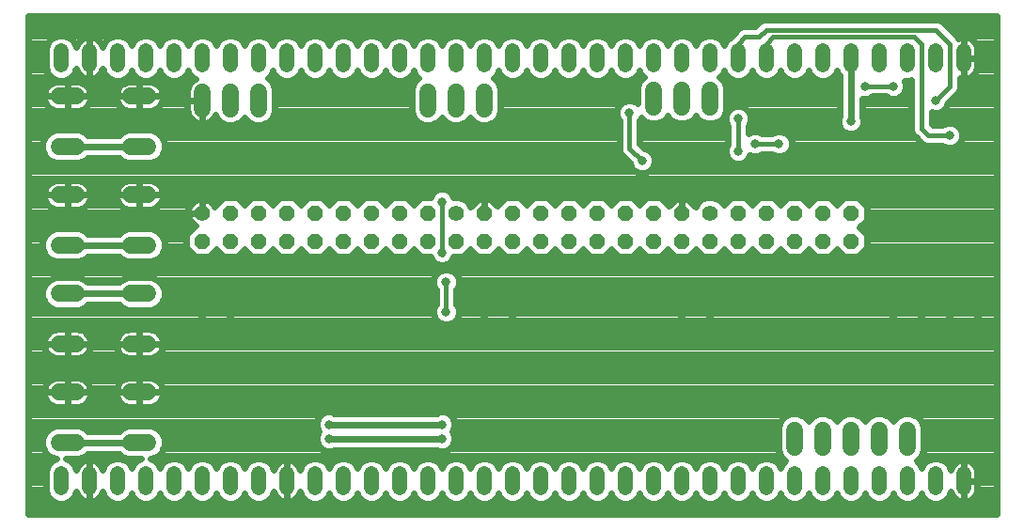
<source format=gbl>
G75*
%MOIN*%
%OFA0B0*%
%FSLAX25Y25*%
%IPPOS*%
%LPD*%
%AMOC8*
5,1,8,0,0,1.08239X$1,22.5*
%
%ADD10C,0.05200*%
%ADD11C,0.05600*%
%ADD12OC8,0.05600*%
%ADD13C,0.06000*%
%ADD14C,0.02400*%
%ADD15C,0.03175*%
%ADD16C,0.01600*%
D10*
X0017200Y0014600D02*
X0017200Y0019800D01*
X0027200Y0019800D02*
X0027200Y0014600D01*
X0037200Y0014600D02*
X0037200Y0019800D01*
X0047200Y0019800D02*
X0047200Y0014600D01*
X0057200Y0014600D02*
X0057200Y0019800D01*
X0067200Y0019800D02*
X0067200Y0014600D01*
X0077200Y0014600D02*
X0077200Y0019800D01*
X0087200Y0019800D02*
X0087200Y0014600D01*
X0097200Y0014600D02*
X0097200Y0019800D01*
X0107200Y0019800D02*
X0107200Y0014600D01*
X0117200Y0014600D02*
X0117200Y0019800D01*
X0127200Y0019800D02*
X0127200Y0014600D01*
X0137200Y0014600D02*
X0137200Y0019800D01*
X0147200Y0019800D02*
X0147200Y0014600D01*
X0157200Y0014600D02*
X0157200Y0019800D01*
X0167200Y0019800D02*
X0167200Y0014600D01*
X0177200Y0014600D02*
X0177200Y0019800D01*
X0187200Y0019800D02*
X0187200Y0014600D01*
X0197200Y0014600D02*
X0197200Y0019800D01*
X0207200Y0019800D02*
X0207200Y0014600D01*
X0217200Y0014600D02*
X0217200Y0019800D01*
X0227200Y0019800D02*
X0227200Y0014600D01*
X0237200Y0014600D02*
X0237200Y0019800D01*
X0247200Y0019800D02*
X0247200Y0014600D01*
X0257200Y0014600D02*
X0257200Y0019800D01*
X0267200Y0019800D02*
X0267200Y0014600D01*
X0277200Y0014600D02*
X0277200Y0019800D01*
X0287200Y0019800D02*
X0287200Y0014600D01*
X0297200Y0014600D02*
X0297200Y0019800D01*
X0307200Y0019800D02*
X0307200Y0014600D01*
X0317200Y0014600D02*
X0317200Y0019800D01*
X0327200Y0019800D02*
X0327200Y0014600D01*
X0337200Y0014600D02*
X0337200Y0019800D01*
X0337200Y0164600D02*
X0337200Y0169800D01*
X0327200Y0169800D02*
X0327200Y0164600D01*
X0317200Y0164600D02*
X0317200Y0169800D01*
X0307200Y0169800D02*
X0307200Y0164600D01*
X0297200Y0164600D02*
X0297200Y0169800D01*
X0287200Y0169800D02*
X0287200Y0164600D01*
X0277200Y0164600D02*
X0277200Y0169800D01*
X0267200Y0169800D02*
X0267200Y0164600D01*
X0257200Y0164600D02*
X0257200Y0169800D01*
X0247200Y0169800D02*
X0247200Y0164600D01*
X0237200Y0164600D02*
X0237200Y0169800D01*
X0227200Y0169800D02*
X0227200Y0164600D01*
X0217200Y0164600D02*
X0217200Y0169800D01*
X0207200Y0169800D02*
X0207200Y0164600D01*
X0197200Y0164600D02*
X0197200Y0169800D01*
X0187200Y0169800D02*
X0187200Y0164600D01*
X0177200Y0164600D02*
X0177200Y0169800D01*
X0167200Y0169800D02*
X0167200Y0164600D01*
X0157200Y0164600D02*
X0157200Y0169800D01*
X0147200Y0169800D02*
X0147200Y0164600D01*
X0137200Y0164600D02*
X0137200Y0169800D01*
X0127200Y0169800D02*
X0127200Y0164600D01*
X0117200Y0164600D02*
X0117200Y0169800D01*
X0107200Y0169800D02*
X0107200Y0164600D01*
X0097200Y0164600D02*
X0097200Y0169800D01*
X0087200Y0169800D02*
X0087200Y0164600D01*
X0077200Y0164600D02*
X0077200Y0169800D01*
X0067200Y0169800D02*
X0067200Y0164600D01*
X0057200Y0164600D02*
X0057200Y0169800D01*
X0047200Y0169800D02*
X0047200Y0164600D01*
X0037200Y0164600D02*
X0037200Y0169800D01*
X0027200Y0169800D02*
X0027200Y0164600D01*
X0017200Y0164600D02*
X0017200Y0169800D01*
D11*
X0067200Y0112200D03*
X0157200Y0112200D03*
X0247200Y0112200D03*
D12*
X0237200Y0112200D03*
X0227200Y0112200D03*
X0217200Y0112200D03*
X0207200Y0112200D03*
X0197200Y0112200D03*
X0187200Y0112200D03*
X0177200Y0112200D03*
X0167200Y0112200D03*
X0167200Y0102200D03*
X0157200Y0102200D03*
X0147200Y0102200D03*
X0137200Y0102200D03*
X0127200Y0102200D03*
X0117200Y0102200D03*
X0107200Y0102200D03*
X0097200Y0102200D03*
X0087200Y0102200D03*
X0077200Y0102200D03*
X0067200Y0102200D03*
X0077200Y0112200D03*
X0087200Y0112200D03*
X0097200Y0112200D03*
X0107200Y0112200D03*
X0117200Y0112200D03*
X0127200Y0112200D03*
X0137200Y0112200D03*
X0147200Y0112200D03*
X0177200Y0102200D03*
X0187200Y0102200D03*
X0197200Y0102200D03*
X0207200Y0102200D03*
X0217200Y0102200D03*
X0227200Y0102200D03*
X0237200Y0102200D03*
X0247200Y0102200D03*
X0257200Y0102200D03*
X0267200Y0102200D03*
X0277200Y0102200D03*
X0287200Y0102200D03*
X0297200Y0102200D03*
X0297200Y0112200D03*
X0287200Y0112200D03*
X0277200Y0112200D03*
X0267200Y0112200D03*
X0257200Y0112200D03*
D13*
X0247200Y0149700D02*
X0247200Y0155700D01*
X0237200Y0155700D02*
X0237200Y0149700D01*
X0227200Y0149700D02*
X0227200Y0155700D01*
X0167200Y0155200D02*
X0167200Y0149200D01*
X0157200Y0149200D02*
X0157200Y0155200D01*
X0147200Y0155200D02*
X0147200Y0149200D01*
X0087200Y0149200D02*
X0087200Y0155200D01*
X0077200Y0155200D02*
X0077200Y0149200D01*
X0067200Y0149200D02*
X0067200Y0155200D01*
X0048000Y0153600D02*
X0042000Y0153600D01*
X0022400Y0153600D02*
X0016400Y0153600D01*
X0016400Y0135800D02*
X0022400Y0135800D01*
X0042000Y0135800D02*
X0048000Y0135800D01*
X0048000Y0118600D02*
X0042000Y0118600D01*
X0022400Y0118600D02*
X0016400Y0118600D01*
X0016400Y0100800D02*
X0022400Y0100800D01*
X0042000Y0100800D02*
X0048000Y0100800D01*
X0048000Y0083600D02*
X0042000Y0083600D01*
X0022400Y0083600D02*
X0016400Y0083600D01*
X0016400Y0065800D02*
X0022400Y0065800D01*
X0042000Y0065800D02*
X0048000Y0065800D01*
X0048000Y0048600D02*
X0042000Y0048600D01*
X0022400Y0048600D02*
X0016400Y0048600D01*
X0016400Y0030800D02*
X0022400Y0030800D01*
X0042000Y0030800D02*
X0048000Y0030800D01*
X0277200Y0029200D02*
X0277200Y0035200D01*
X0287200Y0035200D02*
X0287200Y0029200D01*
X0297200Y0029200D02*
X0297200Y0035200D01*
X0307200Y0035200D02*
X0307200Y0029200D01*
X0317200Y0029200D02*
X0317200Y0035200D01*
D14*
X0005400Y0005400D02*
X0005400Y0182200D01*
X0348921Y0182200D01*
X0348921Y0005400D01*
X0005400Y0005400D01*
X0005400Y0006997D02*
X0348921Y0006997D01*
X0348921Y0009396D02*
X0328746Y0009396D01*
X0328274Y0009200D02*
X0330259Y0010022D01*
X0331778Y0011541D01*
X0332545Y0013393D01*
X0332752Y0012757D01*
X0333095Y0012084D01*
X0333539Y0011473D01*
X0334073Y0010939D01*
X0334684Y0010495D01*
X0335357Y0010152D01*
X0336076Y0009918D01*
X0336822Y0009800D01*
X0337200Y0009800D01*
X0337578Y0009800D01*
X0338324Y0009918D01*
X0339043Y0010152D01*
X0339716Y0010495D01*
X0340327Y0010939D01*
X0340861Y0011473D01*
X0341305Y0012084D01*
X0341648Y0012757D01*
X0341882Y0013476D01*
X0342000Y0014222D01*
X0342000Y0017200D01*
X0342000Y0020178D01*
X0341882Y0020924D01*
X0341648Y0021643D01*
X0341305Y0022316D01*
X0340861Y0022927D01*
X0340327Y0023461D01*
X0339716Y0023905D01*
X0339043Y0024248D01*
X0338324Y0024482D01*
X0337578Y0024600D01*
X0337200Y0024600D01*
X0337200Y0017200D01*
X0337200Y0017200D01*
X0342000Y0017200D01*
X0337200Y0017200D01*
X0337200Y0017200D01*
X0337200Y0024600D01*
X0336822Y0024600D01*
X0336076Y0024482D01*
X0335357Y0024248D01*
X0334684Y0023905D01*
X0334073Y0023461D01*
X0333539Y0022927D01*
X0333095Y0022316D01*
X0332752Y0021643D01*
X0332545Y0021007D01*
X0331778Y0022859D01*
X0330259Y0024378D01*
X0328274Y0025200D01*
X0326126Y0025200D01*
X0324141Y0024378D01*
X0322622Y0022859D01*
X0322200Y0021840D01*
X0321778Y0022859D01*
X0320392Y0024244D01*
X0320485Y0024283D01*
X0322117Y0025915D01*
X0323000Y0028046D01*
X0323000Y0036354D01*
X0322117Y0038485D01*
X0320485Y0040117D01*
X0318354Y0041000D01*
X0316046Y0041000D01*
X0313915Y0040117D01*
X0312283Y0038485D01*
X0312200Y0038285D01*
X0312117Y0038485D01*
X0310485Y0040117D01*
X0308354Y0041000D01*
X0306046Y0041000D01*
X0303915Y0040117D01*
X0302283Y0038485D01*
X0302200Y0038285D01*
X0302117Y0038485D01*
X0300485Y0040117D01*
X0298354Y0041000D01*
X0296046Y0041000D01*
X0293915Y0040117D01*
X0292283Y0038485D01*
X0292200Y0038285D01*
X0292117Y0038485D01*
X0290485Y0040117D01*
X0288354Y0041000D01*
X0286046Y0041000D01*
X0283915Y0040117D01*
X0282283Y0038485D01*
X0282200Y0038285D01*
X0282117Y0038485D01*
X0280485Y0040117D01*
X0278354Y0041000D01*
X0276046Y0041000D01*
X0273915Y0040117D01*
X0272283Y0038485D01*
X0271400Y0036354D01*
X0271400Y0028046D01*
X0272283Y0025915D01*
X0273915Y0024283D01*
X0274008Y0024244D01*
X0272622Y0022859D01*
X0272200Y0021840D01*
X0271778Y0022859D01*
X0270259Y0024378D01*
X0268274Y0025200D01*
X0266126Y0025200D01*
X0264141Y0024378D01*
X0262622Y0022859D01*
X0262200Y0021840D01*
X0261778Y0022859D01*
X0260259Y0024378D01*
X0258274Y0025200D01*
X0256126Y0025200D01*
X0254141Y0024378D01*
X0252622Y0022859D01*
X0252200Y0021840D01*
X0251778Y0022859D01*
X0250259Y0024378D01*
X0248274Y0025200D01*
X0246126Y0025200D01*
X0244141Y0024378D01*
X0242622Y0022859D01*
X0242200Y0021840D01*
X0241778Y0022859D01*
X0240259Y0024378D01*
X0238274Y0025200D01*
X0236126Y0025200D01*
X0234141Y0024378D01*
X0232622Y0022859D01*
X0232200Y0021840D01*
X0231778Y0022859D01*
X0230259Y0024378D01*
X0228274Y0025200D01*
X0226126Y0025200D01*
X0224141Y0024378D01*
X0222622Y0022859D01*
X0222200Y0021840D01*
X0221778Y0022859D01*
X0220259Y0024378D01*
X0218274Y0025200D01*
X0216126Y0025200D01*
X0214141Y0024378D01*
X0212622Y0022859D01*
X0212200Y0021840D01*
X0211778Y0022859D01*
X0210259Y0024378D01*
X0208274Y0025200D01*
X0206126Y0025200D01*
X0204141Y0024378D01*
X0202622Y0022859D01*
X0202200Y0021840D01*
X0201778Y0022859D01*
X0200259Y0024378D01*
X0198274Y0025200D01*
X0196126Y0025200D01*
X0194141Y0024378D01*
X0192622Y0022859D01*
X0192200Y0021840D01*
X0191778Y0022859D01*
X0190259Y0024378D01*
X0188274Y0025200D01*
X0186126Y0025200D01*
X0184141Y0024378D01*
X0182622Y0022859D01*
X0182200Y0021840D01*
X0181778Y0022859D01*
X0180259Y0024378D01*
X0178274Y0025200D01*
X0176126Y0025200D01*
X0174141Y0024378D01*
X0172622Y0022859D01*
X0172200Y0021840D01*
X0171778Y0022859D01*
X0170259Y0024378D01*
X0168274Y0025200D01*
X0166126Y0025200D01*
X0164141Y0024378D01*
X0162622Y0022859D01*
X0162200Y0021840D01*
X0161778Y0022859D01*
X0160259Y0024378D01*
X0158274Y0025200D01*
X0156126Y0025200D01*
X0154141Y0024378D01*
X0152622Y0022859D01*
X0152200Y0021840D01*
X0151778Y0022859D01*
X0150259Y0024378D01*
X0148274Y0025200D01*
X0146126Y0025200D01*
X0144141Y0024378D01*
X0142622Y0022859D01*
X0142200Y0021840D01*
X0141778Y0022859D01*
X0140259Y0024378D01*
X0138274Y0025200D01*
X0136126Y0025200D01*
X0134141Y0024378D01*
X0132622Y0022859D01*
X0132200Y0021840D01*
X0131778Y0022859D01*
X0130259Y0024378D01*
X0128274Y0025200D01*
X0126126Y0025200D01*
X0124141Y0024378D01*
X0122622Y0022859D01*
X0122200Y0021840D01*
X0121778Y0022859D01*
X0120259Y0024378D01*
X0118274Y0025200D01*
X0116126Y0025200D01*
X0114141Y0024378D01*
X0112622Y0022859D01*
X0112200Y0021840D01*
X0111778Y0022859D01*
X0110259Y0024378D01*
X0108274Y0025200D01*
X0106126Y0025200D01*
X0104141Y0024378D01*
X0102622Y0022859D01*
X0101855Y0021007D01*
X0101648Y0021643D01*
X0101305Y0022316D01*
X0100861Y0022927D01*
X0100327Y0023461D01*
X0099716Y0023905D01*
X0099043Y0024248D01*
X0098324Y0024482D01*
X0097578Y0024600D01*
X0097200Y0024600D01*
X0097200Y0017200D01*
X0097200Y0017200D01*
X0097200Y0024600D01*
X0096822Y0024600D01*
X0096076Y0024482D01*
X0095357Y0024248D01*
X0094684Y0023905D01*
X0094073Y0023461D01*
X0093539Y0022927D01*
X0093095Y0022316D01*
X0092752Y0021643D01*
X0092545Y0021007D01*
X0091778Y0022859D01*
X0090259Y0024378D01*
X0088274Y0025200D01*
X0086126Y0025200D01*
X0084141Y0024378D01*
X0082622Y0022859D01*
X0082200Y0021840D01*
X0081778Y0022859D01*
X0080259Y0024378D01*
X0078274Y0025200D01*
X0076126Y0025200D01*
X0074141Y0024378D01*
X0072622Y0022859D01*
X0072200Y0021840D01*
X0071778Y0022859D01*
X0070259Y0024378D01*
X0068274Y0025200D01*
X0066126Y0025200D01*
X0064141Y0024378D01*
X0062622Y0022859D01*
X0062200Y0021840D01*
X0061778Y0022859D01*
X0060259Y0024378D01*
X0058274Y0025200D01*
X0056126Y0025200D01*
X0054141Y0024378D01*
X0052622Y0022859D01*
X0052200Y0021840D01*
X0051778Y0022859D01*
X0050259Y0024378D01*
X0048757Y0025000D01*
X0049154Y0025000D01*
X0051285Y0025883D01*
X0052917Y0027515D01*
X0053800Y0029646D01*
X0053800Y0031954D01*
X0052917Y0034085D01*
X0051285Y0035717D01*
X0049154Y0036600D01*
X0040846Y0036600D01*
X0038715Y0035717D01*
X0037798Y0034800D01*
X0026602Y0034800D01*
X0025685Y0035717D01*
X0023554Y0036600D01*
X0015246Y0036600D01*
X0013115Y0035717D01*
X0011483Y0034085D01*
X0010600Y0031954D01*
X0010600Y0029646D01*
X0011483Y0027515D01*
X0013115Y0025883D01*
X0015246Y0025000D01*
X0015643Y0025000D01*
X0014141Y0024378D01*
X0012622Y0022859D01*
X0011800Y0020874D01*
X0011800Y0013526D01*
X0012622Y0011541D01*
X0014141Y0010022D01*
X0016126Y0009200D01*
X0018274Y0009200D01*
X0020259Y0010022D01*
X0021778Y0011541D01*
X0022545Y0013393D01*
X0022752Y0012757D01*
X0023095Y0012084D01*
X0023539Y0011473D01*
X0024073Y0010939D01*
X0024684Y0010495D01*
X0025357Y0010152D01*
X0026076Y0009918D01*
X0026822Y0009800D01*
X0027200Y0009800D01*
X0027578Y0009800D01*
X0028324Y0009918D01*
X0029043Y0010152D01*
X0029716Y0010495D01*
X0030327Y0010939D01*
X0030861Y0011473D01*
X0031305Y0012084D01*
X0031648Y0012757D01*
X0031855Y0013393D01*
X0032622Y0011541D01*
X0034141Y0010022D01*
X0036126Y0009200D01*
X0038274Y0009200D01*
X0040259Y0010022D01*
X0041778Y0011541D01*
X0042200Y0012560D01*
X0042622Y0011541D01*
X0044141Y0010022D01*
X0046126Y0009200D01*
X0048274Y0009200D01*
X0050259Y0010022D01*
X0051778Y0011541D01*
X0052200Y0012560D01*
X0052622Y0011541D01*
X0054141Y0010022D01*
X0056126Y0009200D01*
X0058274Y0009200D01*
X0060259Y0010022D01*
X0061778Y0011541D01*
X0062200Y0012560D01*
X0062622Y0011541D01*
X0064141Y0010022D01*
X0066126Y0009200D01*
X0068274Y0009200D01*
X0070259Y0010022D01*
X0071778Y0011541D01*
X0072200Y0012560D01*
X0072622Y0011541D01*
X0074141Y0010022D01*
X0076126Y0009200D01*
X0078274Y0009200D01*
X0080259Y0010022D01*
X0081778Y0011541D01*
X0082200Y0012560D01*
X0082622Y0011541D01*
X0084141Y0010022D01*
X0086126Y0009200D01*
X0088274Y0009200D01*
X0090259Y0010022D01*
X0091778Y0011541D01*
X0092545Y0013393D01*
X0092752Y0012757D01*
X0093095Y0012084D01*
X0093539Y0011473D01*
X0094073Y0010939D01*
X0094684Y0010495D01*
X0095357Y0010152D01*
X0096076Y0009918D01*
X0096822Y0009800D01*
X0097200Y0009800D01*
X0097578Y0009800D01*
X0098324Y0009918D01*
X0099043Y0010152D01*
X0099716Y0010495D01*
X0100327Y0010939D01*
X0100861Y0011473D01*
X0101305Y0012084D01*
X0101648Y0012757D01*
X0101855Y0013393D01*
X0102622Y0011541D01*
X0104141Y0010022D01*
X0106126Y0009200D01*
X0108274Y0009200D01*
X0110259Y0010022D01*
X0111778Y0011541D01*
X0112200Y0012560D01*
X0112622Y0011541D01*
X0114141Y0010022D01*
X0116126Y0009200D01*
X0118274Y0009200D01*
X0120259Y0010022D01*
X0121778Y0011541D01*
X0122200Y0012560D01*
X0122622Y0011541D01*
X0124141Y0010022D01*
X0126126Y0009200D01*
X0128274Y0009200D01*
X0130259Y0010022D01*
X0131778Y0011541D01*
X0132200Y0012560D01*
X0132622Y0011541D01*
X0134141Y0010022D01*
X0136126Y0009200D01*
X0138274Y0009200D01*
X0140259Y0010022D01*
X0141778Y0011541D01*
X0142200Y0012560D01*
X0142622Y0011541D01*
X0144141Y0010022D01*
X0146126Y0009200D01*
X0148274Y0009200D01*
X0150259Y0010022D01*
X0151778Y0011541D01*
X0152200Y0012560D01*
X0152622Y0011541D01*
X0154141Y0010022D01*
X0156126Y0009200D01*
X0158274Y0009200D01*
X0160259Y0010022D01*
X0161778Y0011541D01*
X0162200Y0012560D01*
X0162622Y0011541D01*
X0164141Y0010022D01*
X0166126Y0009200D01*
X0168274Y0009200D01*
X0170259Y0010022D01*
X0171778Y0011541D01*
X0172200Y0012560D01*
X0172622Y0011541D01*
X0174141Y0010022D01*
X0176126Y0009200D01*
X0178274Y0009200D01*
X0180259Y0010022D01*
X0181778Y0011541D01*
X0182200Y0012560D01*
X0182622Y0011541D01*
X0184141Y0010022D01*
X0186126Y0009200D01*
X0188274Y0009200D01*
X0190259Y0010022D01*
X0191778Y0011541D01*
X0192200Y0012560D01*
X0192622Y0011541D01*
X0194141Y0010022D01*
X0196126Y0009200D01*
X0198274Y0009200D01*
X0200259Y0010022D01*
X0201778Y0011541D01*
X0202200Y0012560D01*
X0202622Y0011541D01*
X0204141Y0010022D01*
X0206126Y0009200D01*
X0208274Y0009200D01*
X0210259Y0010022D01*
X0211778Y0011541D01*
X0212200Y0012560D01*
X0212622Y0011541D01*
X0214141Y0010022D01*
X0216126Y0009200D01*
X0218274Y0009200D01*
X0220259Y0010022D01*
X0221778Y0011541D01*
X0222200Y0012560D01*
X0222622Y0011541D01*
X0224141Y0010022D01*
X0226126Y0009200D01*
X0228274Y0009200D01*
X0230259Y0010022D01*
X0231778Y0011541D01*
X0232200Y0012560D01*
X0232622Y0011541D01*
X0234141Y0010022D01*
X0236126Y0009200D01*
X0238274Y0009200D01*
X0240259Y0010022D01*
X0241778Y0011541D01*
X0242200Y0012560D01*
X0242622Y0011541D01*
X0244141Y0010022D01*
X0246126Y0009200D01*
X0248274Y0009200D01*
X0250259Y0010022D01*
X0251778Y0011541D01*
X0252200Y0012560D01*
X0252622Y0011541D01*
X0254141Y0010022D01*
X0256126Y0009200D01*
X0258274Y0009200D01*
X0260259Y0010022D01*
X0261778Y0011541D01*
X0262200Y0012560D01*
X0262622Y0011541D01*
X0264141Y0010022D01*
X0266126Y0009200D01*
X0268274Y0009200D01*
X0270259Y0010022D01*
X0271778Y0011541D01*
X0272200Y0012560D01*
X0272622Y0011541D01*
X0274141Y0010022D01*
X0276126Y0009200D01*
X0278274Y0009200D01*
X0280259Y0010022D01*
X0281778Y0011541D01*
X0282200Y0012560D01*
X0282622Y0011541D01*
X0284141Y0010022D01*
X0286126Y0009200D01*
X0288274Y0009200D01*
X0290259Y0010022D01*
X0291778Y0011541D01*
X0292200Y0012560D01*
X0292622Y0011541D01*
X0294141Y0010022D01*
X0296126Y0009200D01*
X0298274Y0009200D01*
X0300259Y0010022D01*
X0301778Y0011541D01*
X0302200Y0012560D01*
X0302622Y0011541D01*
X0304141Y0010022D01*
X0306126Y0009200D01*
X0308274Y0009200D01*
X0310259Y0010022D01*
X0311778Y0011541D01*
X0312200Y0012560D01*
X0312622Y0011541D01*
X0314141Y0010022D01*
X0316126Y0009200D01*
X0318274Y0009200D01*
X0320259Y0010022D01*
X0321778Y0011541D01*
X0322200Y0012560D01*
X0322622Y0011541D01*
X0324141Y0010022D01*
X0326126Y0009200D01*
X0328274Y0009200D01*
X0325654Y0009396D02*
X0318746Y0009396D01*
X0315654Y0009396D02*
X0308746Y0009396D01*
X0305654Y0009396D02*
X0298746Y0009396D01*
X0295654Y0009396D02*
X0288746Y0009396D01*
X0285654Y0009396D02*
X0278746Y0009396D01*
X0275654Y0009396D02*
X0268746Y0009396D01*
X0265654Y0009396D02*
X0258746Y0009396D01*
X0255654Y0009396D02*
X0248746Y0009396D01*
X0245654Y0009396D02*
X0238746Y0009396D01*
X0235654Y0009396D02*
X0228746Y0009396D01*
X0225654Y0009396D02*
X0218746Y0009396D01*
X0215654Y0009396D02*
X0208746Y0009396D01*
X0205654Y0009396D02*
X0198746Y0009396D01*
X0195654Y0009396D02*
X0188746Y0009396D01*
X0185654Y0009396D02*
X0178746Y0009396D01*
X0175654Y0009396D02*
X0168746Y0009396D01*
X0165654Y0009396D02*
X0158746Y0009396D01*
X0155654Y0009396D02*
X0148746Y0009396D01*
X0145654Y0009396D02*
X0138746Y0009396D01*
X0135654Y0009396D02*
X0128746Y0009396D01*
X0125654Y0009396D02*
X0118746Y0009396D01*
X0115654Y0009396D02*
X0108746Y0009396D01*
X0105654Y0009396D02*
X0088746Y0009396D01*
X0085654Y0009396D02*
X0078746Y0009396D01*
X0075654Y0009396D02*
X0068746Y0009396D01*
X0065654Y0009396D02*
X0058746Y0009396D01*
X0055654Y0009396D02*
X0048746Y0009396D01*
X0045654Y0009396D02*
X0038746Y0009396D01*
X0035654Y0009396D02*
X0018746Y0009396D01*
X0015654Y0009396D02*
X0005400Y0009396D01*
X0005400Y0011794D02*
X0012517Y0011794D01*
X0011800Y0014193D02*
X0005400Y0014193D01*
X0005400Y0016591D02*
X0011800Y0016591D01*
X0011800Y0018990D02*
X0005400Y0018990D01*
X0005400Y0021388D02*
X0012013Y0021388D01*
X0013550Y0023787D02*
X0005400Y0023787D01*
X0005400Y0026185D02*
X0012812Y0026185D01*
X0011040Y0028584D02*
X0005400Y0028584D01*
X0005400Y0030982D02*
X0010600Y0030982D01*
X0011191Y0033381D02*
X0005400Y0033381D01*
X0005400Y0035779D02*
X0013265Y0035779D01*
X0005400Y0038178D02*
X0107856Y0038178D01*
X0107813Y0038073D02*
X0107813Y0036327D01*
X0108481Y0034715D01*
X0108495Y0034700D01*
X0108481Y0034685D01*
X0107813Y0033073D01*
X0107813Y0031327D01*
X0108481Y0029715D01*
X0109715Y0028481D01*
X0111327Y0027813D01*
X0113073Y0027813D01*
X0114008Y0028200D01*
X0150392Y0028200D01*
X0151327Y0027813D01*
X0153073Y0027813D01*
X0154685Y0028481D01*
X0155919Y0029715D01*
X0156587Y0031327D01*
X0156587Y0033073D01*
X0155919Y0034685D01*
X0155905Y0034700D01*
X0155919Y0034715D01*
X0156587Y0036327D01*
X0156587Y0038073D01*
X0155919Y0039685D01*
X0154685Y0040919D01*
X0153073Y0041587D01*
X0151327Y0041587D01*
X0150392Y0041200D01*
X0114008Y0041200D01*
X0113073Y0041587D01*
X0111327Y0041587D01*
X0109715Y0040919D01*
X0108481Y0039685D01*
X0107813Y0038073D01*
X0108040Y0035779D02*
X0051135Y0035779D01*
X0053209Y0033381D02*
X0107940Y0033381D01*
X0107956Y0030982D02*
X0053800Y0030982D01*
X0053360Y0028584D02*
X0109612Y0028584D01*
X0112200Y0032200D02*
X0152200Y0032200D01*
X0156444Y0030982D02*
X0271400Y0030982D01*
X0271400Y0028584D02*
X0154788Y0028584D01*
X0156460Y0033381D02*
X0271400Y0033381D01*
X0271400Y0035779D02*
X0156360Y0035779D01*
X0156544Y0038178D02*
X0272156Y0038178D01*
X0275023Y0040576D02*
X0155029Y0040576D01*
X0152200Y0037200D02*
X0112200Y0037200D01*
X0109371Y0040576D02*
X0005400Y0040576D01*
X0005400Y0042975D02*
X0348921Y0042975D01*
X0348921Y0040576D02*
X0319377Y0040576D01*
X0322244Y0038178D02*
X0348921Y0038178D01*
X0348921Y0035779D02*
X0323000Y0035779D01*
X0323000Y0033381D02*
X0348921Y0033381D01*
X0348921Y0030982D02*
X0323000Y0030982D01*
X0323000Y0028584D02*
X0348921Y0028584D01*
X0348921Y0026185D02*
X0322229Y0026185D01*
X0323550Y0023787D02*
X0320850Y0023787D01*
X0330850Y0023787D02*
X0334521Y0023787D01*
X0337200Y0023787D02*
X0337200Y0023787D01*
X0337200Y0021388D02*
X0337200Y0021388D01*
X0337200Y0018990D02*
X0337200Y0018990D01*
X0337200Y0017200D02*
X0337200Y0009800D01*
X0337200Y0017200D01*
X0337200Y0017200D01*
X0337200Y0016591D02*
X0337200Y0016591D01*
X0337200Y0014193D02*
X0337200Y0014193D01*
X0337200Y0011794D02*
X0337200Y0011794D01*
X0341094Y0011794D02*
X0348921Y0011794D01*
X0348921Y0014193D02*
X0341995Y0014193D01*
X0342000Y0016591D02*
X0348921Y0016591D01*
X0348921Y0018990D02*
X0342000Y0018990D01*
X0341731Y0021388D02*
X0348921Y0021388D01*
X0348921Y0023787D02*
X0339879Y0023787D01*
X0332669Y0021388D02*
X0332387Y0021388D01*
X0331883Y0011794D02*
X0333306Y0011794D01*
X0322517Y0011794D02*
X0321883Y0011794D01*
X0312517Y0011794D02*
X0311883Y0011794D01*
X0302517Y0011794D02*
X0301883Y0011794D01*
X0292517Y0011794D02*
X0291883Y0011794D01*
X0282517Y0011794D02*
X0281883Y0011794D01*
X0272517Y0011794D02*
X0271883Y0011794D01*
X0262517Y0011794D02*
X0261883Y0011794D01*
X0252517Y0011794D02*
X0251883Y0011794D01*
X0242517Y0011794D02*
X0241883Y0011794D01*
X0232517Y0011794D02*
X0231883Y0011794D01*
X0222517Y0011794D02*
X0221883Y0011794D01*
X0212517Y0011794D02*
X0211883Y0011794D01*
X0202517Y0011794D02*
X0201883Y0011794D01*
X0192517Y0011794D02*
X0191883Y0011794D01*
X0182517Y0011794D02*
X0181883Y0011794D01*
X0172517Y0011794D02*
X0171883Y0011794D01*
X0162517Y0011794D02*
X0161883Y0011794D01*
X0152517Y0011794D02*
X0151883Y0011794D01*
X0142517Y0011794D02*
X0141883Y0011794D01*
X0132517Y0011794D02*
X0131883Y0011794D01*
X0122517Y0011794D02*
X0121883Y0011794D01*
X0112517Y0011794D02*
X0111883Y0011794D01*
X0102517Y0011794D02*
X0101094Y0011794D01*
X0097200Y0011794D02*
X0097200Y0011794D01*
X0097200Y0009800D02*
X0097200Y0017200D01*
X0097200Y0017200D01*
X0097200Y0009800D01*
X0093306Y0011794D02*
X0091883Y0011794D01*
X0097200Y0014193D02*
X0097200Y0014193D01*
X0097200Y0016591D02*
X0097200Y0016591D01*
X0097200Y0018990D02*
X0097200Y0018990D01*
X0097200Y0021388D02*
X0097200Y0021388D01*
X0097200Y0023787D02*
X0097200Y0023787D01*
X0094521Y0023787D02*
X0090850Y0023787D01*
X0092387Y0021388D02*
X0092669Y0021388D01*
X0099879Y0023787D02*
X0103550Y0023787D01*
X0102013Y0021388D02*
X0101731Y0021388D01*
X0110850Y0023787D02*
X0113550Y0023787D01*
X0120850Y0023787D02*
X0123550Y0023787D01*
X0130850Y0023787D02*
X0133550Y0023787D01*
X0140850Y0023787D02*
X0143550Y0023787D01*
X0150850Y0023787D02*
X0153550Y0023787D01*
X0160850Y0023787D02*
X0163550Y0023787D01*
X0170850Y0023787D02*
X0173550Y0023787D01*
X0180850Y0023787D02*
X0183550Y0023787D01*
X0190850Y0023787D02*
X0193550Y0023787D01*
X0200850Y0023787D02*
X0203550Y0023787D01*
X0210850Y0023787D02*
X0213550Y0023787D01*
X0220850Y0023787D02*
X0223550Y0023787D01*
X0230850Y0023787D02*
X0233550Y0023787D01*
X0240850Y0023787D02*
X0243550Y0023787D01*
X0250850Y0023787D02*
X0253550Y0023787D01*
X0260850Y0023787D02*
X0263550Y0023787D01*
X0270850Y0023787D02*
X0273550Y0023787D01*
X0272171Y0026185D02*
X0051588Y0026185D01*
X0050850Y0023787D02*
X0053550Y0023787D01*
X0060850Y0023787D02*
X0063550Y0023787D01*
X0070850Y0023787D02*
X0073550Y0023787D01*
X0080850Y0023787D02*
X0083550Y0023787D01*
X0082517Y0011794D02*
X0081883Y0011794D01*
X0072517Y0011794D02*
X0071883Y0011794D01*
X0062517Y0011794D02*
X0061883Y0011794D01*
X0052517Y0011794D02*
X0051883Y0011794D01*
X0042517Y0011794D02*
X0041883Y0011794D01*
X0032517Y0011794D02*
X0031094Y0011794D01*
X0027200Y0011794D02*
X0027200Y0011794D01*
X0027200Y0009800D02*
X0027200Y0017200D01*
X0027200Y0017200D01*
X0027200Y0024600D01*
X0027578Y0024600D01*
X0028324Y0024482D01*
X0029043Y0024248D01*
X0029716Y0023905D01*
X0030327Y0023461D01*
X0030861Y0022927D01*
X0031305Y0022316D01*
X0031648Y0021643D01*
X0031855Y0021007D01*
X0032622Y0022859D01*
X0034141Y0024378D01*
X0036126Y0025200D01*
X0038274Y0025200D01*
X0040259Y0024378D01*
X0041778Y0022859D01*
X0042200Y0021840D01*
X0042622Y0022859D01*
X0044141Y0024378D01*
X0045643Y0025000D01*
X0040846Y0025000D01*
X0038715Y0025883D01*
X0037798Y0026800D01*
X0026602Y0026800D01*
X0025685Y0025883D01*
X0023554Y0025000D01*
X0018757Y0025000D01*
X0020259Y0024378D01*
X0021778Y0022859D01*
X0022545Y0021007D01*
X0022752Y0021643D01*
X0023095Y0022316D01*
X0023539Y0022927D01*
X0024073Y0023461D01*
X0024684Y0023905D01*
X0025357Y0024248D01*
X0026076Y0024482D01*
X0026822Y0024600D01*
X0027200Y0024600D01*
X0027200Y0017200D01*
X0027200Y0017200D01*
X0027200Y0009800D01*
X0023306Y0011794D02*
X0021883Y0011794D01*
X0027200Y0014193D02*
X0027200Y0014193D01*
X0027200Y0016591D02*
X0027200Y0016591D01*
X0027200Y0018990D02*
X0027200Y0018990D01*
X0027200Y0021388D02*
X0027200Y0021388D01*
X0027200Y0023787D02*
X0027200Y0023787D01*
X0024521Y0023787D02*
X0020850Y0023787D01*
X0022387Y0021388D02*
X0022669Y0021388D01*
X0029879Y0023787D02*
X0033550Y0023787D01*
X0032013Y0021388D02*
X0031731Y0021388D01*
X0025988Y0026185D02*
X0038412Y0026185D01*
X0040850Y0023787D02*
X0043550Y0023787D01*
X0045000Y0030800D02*
X0047200Y0030800D01*
X0045000Y0030800D02*
X0019400Y0030800D01*
X0025535Y0035779D02*
X0038865Y0035779D01*
X0040782Y0043528D02*
X0041591Y0043400D01*
X0045000Y0043400D01*
X0048409Y0043400D01*
X0049218Y0043528D01*
X0049996Y0043781D01*
X0050725Y0044153D01*
X0051388Y0044634D01*
X0051966Y0045212D01*
X0052447Y0045875D01*
X0052819Y0046604D01*
X0053072Y0047382D01*
X0053200Y0048191D01*
X0053200Y0048600D01*
X0053200Y0049009D01*
X0053072Y0049818D01*
X0052819Y0050596D01*
X0052447Y0051325D01*
X0051966Y0051988D01*
X0051388Y0052566D01*
X0050725Y0053047D01*
X0049996Y0053419D01*
X0049218Y0053672D01*
X0048409Y0053800D01*
X0045000Y0053800D01*
X0045000Y0048600D01*
X0045000Y0048600D01*
X0053200Y0048600D01*
X0045000Y0048600D01*
X0045000Y0048600D01*
X0045000Y0053800D01*
X0041591Y0053800D01*
X0040782Y0053672D01*
X0040004Y0053419D01*
X0039275Y0053047D01*
X0038612Y0052566D01*
X0038034Y0051988D01*
X0037553Y0051325D01*
X0037181Y0050596D01*
X0036928Y0049818D01*
X0036800Y0049009D01*
X0036800Y0048600D01*
X0045000Y0048600D01*
X0045000Y0043400D01*
X0045000Y0048600D01*
X0045000Y0048600D01*
X0045000Y0048600D01*
X0036800Y0048600D01*
X0036800Y0048191D01*
X0036928Y0047382D01*
X0037181Y0046604D01*
X0037553Y0045875D01*
X0038034Y0045212D01*
X0038612Y0044634D01*
X0039275Y0044153D01*
X0040004Y0043781D01*
X0040782Y0043528D01*
X0037917Y0045373D02*
X0026483Y0045373D01*
X0026366Y0045212D02*
X0026847Y0045875D01*
X0027219Y0046604D01*
X0027472Y0047382D01*
X0027600Y0048191D01*
X0027600Y0048600D01*
X0027600Y0049009D01*
X0027472Y0049818D01*
X0027219Y0050596D01*
X0026847Y0051325D01*
X0026366Y0051988D01*
X0025788Y0052566D01*
X0025125Y0053047D01*
X0024396Y0053419D01*
X0023618Y0053672D01*
X0022809Y0053800D01*
X0019400Y0053800D01*
X0019400Y0048600D01*
X0019400Y0048600D01*
X0027600Y0048600D01*
X0019400Y0048600D01*
X0019400Y0048600D01*
X0019400Y0053800D01*
X0015991Y0053800D01*
X0015182Y0053672D01*
X0014404Y0053419D01*
X0013675Y0053047D01*
X0013012Y0052566D01*
X0012434Y0051988D01*
X0011953Y0051325D01*
X0011581Y0050596D01*
X0011328Y0049818D01*
X0011200Y0049009D01*
X0011200Y0048600D01*
X0019400Y0048600D01*
X0019400Y0043400D01*
X0022809Y0043400D01*
X0023618Y0043528D01*
X0024396Y0043781D01*
X0025125Y0044153D01*
X0025788Y0044634D01*
X0026366Y0045212D01*
X0027534Y0047772D02*
X0036866Y0047772D01*
X0037043Y0050170D02*
X0027357Y0050170D01*
X0025784Y0052569D02*
X0038616Y0052569D01*
X0045000Y0052569D02*
X0045000Y0052569D01*
X0045000Y0050170D02*
X0045000Y0050170D01*
X0045000Y0047772D02*
X0045000Y0047772D01*
X0045000Y0045373D02*
X0045000Y0045373D01*
X0052083Y0045373D02*
X0348921Y0045373D01*
X0348921Y0047772D02*
X0053134Y0047772D01*
X0052957Y0050170D02*
X0348921Y0050170D01*
X0348921Y0052569D02*
X0051384Y0052569D01*
X0049218Y0060728D02*
X0049996Y0060981D01*
X0050725Y0061353D01*
X0051388Y0061834D01*
X0051966Y0062412D01*
X0052447Y0063075D01*
X0052819Y0063804D01*
X0053072Y0064582D01*
X0053200Y0065391D01*
X0053200Y0065800D01*
X0053200Y0066209D01*
X0053072Y0067018D01*
X0052819Y0067796D01*
X0052447Y0068525D01*
X0051966Y0069188D01*
X0051388Y0069766D01*
X0050725Y0070247D01*
X0049996Y0070619D01*
X0049218Y0070872D01*
X0048409Y0071000D01*
X0045000Y0071000D01*
X0045000Y0065800D01*
X0045000Y0065800D01*
X0053200Y0065800D01*
X0045000Y0065800D01*
X0045000Y0065800D01*
X0045000Y0060600D01*
X0048409Y0060600D01*
X0049218Y0060728D01*
X0051717Y0062163D02*
X0348921Y0062163D01*
X0348921Y0064561D02*
X0053065Y0064561D01*
X0053081Y0066960D02*
X0348921Y0066960D01*
X0348921Y0069358D02*
X0051796Y0069358D01*
X0045000Y0069358D02*
X0045000Y0069358D01*
X0045000Y0071000D02*
X0041591Y0071000D01*
X0040782Y0070872D01*
X0040004Y0070619D01*
X0039275Y0070247D01*
X0038612Y0069766D01*
X0038034Y0069188D01*
X0037553Y0068525D01*
X0037181Y0067796D01*
X0036928Y0067018D01*
X0036800Y0066209D01*
X0036800Y0065800D01*
X0045000Y0065800D01*
X0045000Y0065800D01*
X0045000Y0065800D01*
X0045000Y0071000D01*
X0045000Y0066960D02*
X0045000Y0066960D01*
X0045000Y0065800D02*
X0036800Y0065800D01*
X0036800Y0065391D01*
X0036928Y0064582D01*
X0037181Y0063804D01*
X0037553Y0063075D01*
X0038034Y0062412D01*
X0038612Y0061834D01*
X0039275Y0061353D01*
X0040004Y0060981D01*
X0040782Y0060728D01*
X0041591Y0060600D01*
X0045000Y0060600D01*
X0045000Y0065800D01*
X0045000Y0064561D02*
X0045000Y0064561D01*
X0045000Y0062163D02*
X0045000Y0062163D01*
X0038283Y0062163D02*
X0026117Y0062163D01*
X0026366Y0062412D02*
X0026847Y0063075D01*
X0027219Y0063804D01*
X0027472Y0064582D01*
X0027600Y0065391D01*
X0027600Y0065800D01*
X0027600Y0066209D01*
X0027472Y0067018D01*
X0027219Y0067796D01*
X0026847Y0068525D01*
X0026366Y0069188D01*
X0025788Y0069766D01*
X0025125Y0070247D01*
X0024396Y0070619D01*
X0023618Y0070872D01*
X0022809Y0071000D01*
X0019400Y0071000D01*
X0019400Y0065800D01*
X0019400Y0065800D01*
X0027600Y0065800D01*
X0019400Y0065800D01*
X0019400Y0065800D01*
X0019400Y0060600D01*
X0022809Y0060600D01*
X0023618Y0060728D01*
X0024396Y0060981D01*
X0025125Y0061353D01*
X0025788Y0061834D01*
X0026366Y0062412D01*
X0027465Y0064561D02*
X0036935Y0064561D01*
X0036919Y0066960D02*
X0027481Y0066960D01*
X0026196Y0069358D02*
X0038204Y0069358D01*
X0040846Y0077800D02*
X0049154Y0077800D01*
X0051285Y0078683D01*
X0052917Y0080315D01*
X0053800Y0082446D01*
X0053800Y0084754D01*
X0052917Y0086885D01*
X0051285Y0088517D01*
X0049154Y0089400D01*
X0040846Y0089400D01*
X0038715Y0088517D01*
X0037798Y0087600D01*
X0026602Y0087600D01*
X0025685Y0088517D01*
X0023554Y0089400D01*
X0015246Y0089400D01*
X0013115Y0088517D01*
X0011483Y0086885D01*
X0010600Y0084754D01*
X0010600Y0082446D01*
X0011483Y0080315D01*
X0013115Y0078683D01*
X0015246Y0077800D01*
X0023554Y0077800D01*
X0025685Y0078683D01*
X0026602Y0079600D01*
X0037798Y0079600D01*
X0038715Y0078683D01*
X0040846Y0077800D01*
X0038445Y0078952D02*
X0025955Y0078952D01*
X0019400Y0083600D02*
X0045000Y0083600D01*
X0051555Y0078952D02*
X0149677Y0078952D01*
X0149981Y0079685D02*
X0149313Y0078073D01*
X0149313Y0076327D01*
X0149981Y0074715D01*
X0151215Y0073481D01*
X0152827Y0072813D01*
X0154573Y0072813D01*
X0156185Y0073481D01*
X0157419Y0074715D01*
X0158087Y0076327D01*
X0158087Y0078073D01*
X0157419Y0079685D01*
X0157300Y0079805D01*
X0157300Y0085095D01*
X0157419Y0085215D01*
X0158087Y0086827D01*
X0158087Y0088573D01*
X0157419Y0090185D01*
X0156185Y0091419D01*
X0154573Y0092087D01*
X0152827Y0092087D01*
X0151215Y0091419D01*
X0149981Y0090185D01*
X0149313Y0088573D01*
X0149313Y0086827D01*
X0149981Y0085215D01*
X0150100Y0085095D01*
X0150100Y0079805D01*
X0149981Y0079685D01*
X0150100Y0081351D02*
X0053346Y0081351D01*
X0053800Y0083749D02*
X0150100Y0083749D01*
X0149594Y0086148D02*
X0053222Y0086148D01*
X0051214Y0088546D02*
X0149313Y0088546D01*
X0150740Y0090945D02*
X0005400Y0090945D01*
X0005400Y0093343D02*
X0348921Y0093343D01*
X0348921Y0090945D02*
X0156660Y0090945D01*
X0158087Y0088546D02*
X0348921Y0088546D01*
X0348921Y0086148D02*
X0157806Y0086148D01*
X0157300Y0083749D02*
X0348921Y0083749D01*
X0348921Y0081351D02*
X0157300Y0081351D01*
X0157723Y0078952D02*
X0348921Y0078952D01*
X0348921Y0076554D02*
X0158087Y0076554D01*
X0156860Y0074155D02*
X0348921Y0074155D01*
X0348921Y0071757D02*
X0005400Y0071757D01*
X0005400Y0074155D02*
X0150540Y0074155D01*
X0149313Y0076554D02*
X0005400Y0076554D01*
X0005400Y0078952D02*
X0012845Y0078952D01*
X0011054Y0081351D02*
X0005400Y0081351D01*
X0005400Y0083749D02*
X0010600Y0083749D01*
X0011178Y0086148D02*
X0005400Y0086148D01*
X0005400Y0088546D02*
X0013186Y0088546D01*
X0015246Y0095000D02*
X0023554Y0095000D01*
X0025685Y0095883D01*
X0026602Y0096800D01*
X0037798Y0096800D01*
X0038715Y0095883D01*
X0040846Y0095000D01*
X0049154Y0095000D01*
X0051285Y0095883D01*
X0052917Y0097515D01*
X0053800Y0099646D01*
X0053800Y0101954D01*
X0052917Y0104085D01*
X0051285Y0105717D01*
X0049154Y0106600D01*
X0040846Y0106600D01*
X0038715Y0105717D01*
X0037798Y0104800D01*
X0026602Y0104800D01*
X0025685Y0105717D01*
X0023554Y0106600D01*
X0015246Y0106600D01*
X0013115Y0105717D01*
X0011483Y0104085D01*
X0010600Y0101954D01*
X0010600Y0099646D01*
X0011483Y0097515D01*
X0013115Y0095883D01*
X0015246Y0095000D01*
X0013455Y0095742D02*
X0005400Y0095742D01*
X0005400Y0098140D02*
X0011224Y0098140D01*
X0010600Y0100539D02*
X0005400Y0100539D01*
X0005400Y0102937D02*
X0011008Y0102937D01*
X0012734Y0105336D02*
X0005400Y0105336D01*
X0005400Y0107734D02*
X0064815Y0107734D01*
X0064861Y0107780D02*
X0061600Y0104520D01*
X0061600Y0099880D01*
X0064880Y0096600D01*
X0069520Y0096600D01*
X0072200Y0099280D01*
X0074880Y0096600D01*
X0079520Y0096600D01*
X0082200Y0099280D01*
X0084880Y0096600D01*
X0089520Y0096600D01*
X0092200Y0099280D01*
X0094880Y0096600D01*
X0099520Y0096600D01*
X0102200Y0099280D01*
X0104880Y0096600D01*
X0109520Y0096600D01*
X0112200Y0099280D01*
X0114880Y0096600D01*
X0119520Y0096600D01*
X0122200Y0099280D01*
X0124880Y0096600D01*
X0129520Y0096600D01*
X0132200Y0099280D01*
X0134880Y0096600D01*
X0139520Y0096600D01*
X0142200Y0099280D01*
X0144880Y0096600D01*
X0148114Y0096600D01*
X0148481Y0095715D01*
X0149715Y0094481D01*
X0149796Y0094447D01*
X0149934Y0094309D01*
X0151404Y0093700D01*
X0152996Y0093700D01*
X0154466Y0094309D01*
X0154604Y0094447D01*
X0154685Y0094481D01*
X0155919Y0095715D01*
X0156286Y0096600D01*
X0159520Y0096600D01*
X0162200Y0099280D01*
X0164880Y0096600D01*
X0169520Y0096600D01*
X0172200Y0099280D01*
X0174880Y0096600D01*
X0179520Y0096600D01*
X0182200Y0099280D01*
X0184880Y0096600D01*
X0189520Y0096600D01*
X0192200Y0099280D01*
X0194880Y0096600D01*
X0199520Y0096600D01*
X0202200Y0099280D01*
X0204880Y0096600D01*
X0209520Y0096600D01*
X0212200Y0099280D01*
X0214880Y0096600D01*
X0219520Y0096600D01*
X0222200Y0099280D01*
X0224880Y0096600D01*
X0229520Y0096600D01*
X0232200Y0099280D01*
X0234880Y0096600D01*
X0239520Y0096600D01*
X0242200Y0099280D01*
X0244880Y0096600D01*
X0249520Y0096600D01*
X0252200Y0099280D01*
X0254880Y0096600D01*
X0259520Y0096600D01*
X0262200Y0099280D01*
X0264880Y0096600D01*
X0269520Y0096600D01*
X0272200Y0099280D01*
X0274880Y0096600D01*
X0279520Y0096600D01*
X0282200Y0099280D01*
X0284880Y0096600D01*
X0289520Y0096600D01*
X0292200Y0099280D01*
X0294880Y0096600D01*
X0299520Y0096600D01*
X0302800Y0099880D01*
X0302800Y0104520D01*
X0300120Y0107200D01*
X0302800Y0109880D01*
X0302800Y0114520D01*
X0299520Y0117800D01*
X0294880Y0117800D01*
X0292200Y0115120D01*
X0289520Y0117800D01*
X0284880Y0117800D01*
X0282200Y0115120D01*
X0279520Y0117800D01*
X0274880Y0117800D01*
X0272200Y0115120D01*
X0269520Y0117800D01*
X0264880Y0117800D01*
X0262200Y0115120D01*
X0259520Y0117800D01*
X0254880Y0117800D01*
X0252095Y0115015D01*
X0251947Y0115372D01*
X0250372Y0116947D01*
X0248314Y0117800D01*
X0246086Y0117800D01*
X0244028Y0116947D01*
X0242453Y0115372D01*
X0242056Y0114415D01*
X0239271Y0117200D01*
X0237200Y0117200D01*
X0237200Y0112200D01*
X0237200Y0112200D01*
X0237200Y0117200D01*
X0235129Y0117200D01*
X0232624Y0114695D01*
X0229520Y0117800D01*
X0224880Y0117800D01*
X0222200Y0115120D01*
X0219520Y0117800D01*
X0214880Y0117800D01*
X0212200Y0115120D01*
X0209520Y0117800D01*
X0204880Y0117800D01*
X0202200Y0115120D01*
X0199520Y0117800D01*
X0194880Y0117800D01*
X0192200Y0115120D01*
X0189520Y0117800D01*
X0184880Y0117800D01*
X0182200Y0115120D01*
X0179520Y0117800D01*
X0174880Y0117800D01*
X0171776Y0114695D01*
X0169271Y0117200D01*
X0167200Y0117200D01*
X0167200Y0112200D01*
X0167200Y0112200D01*
X0167200Y0117200D01*
X0165129Y0117200D01*
X0162344Y0114415D01*
X0161947Y0115372D01*
X0160372Y0116947D01*
X0158314Y0117800D01*
X0156286Y0117800D01*
X0155919Y0118685D01*
X0154685Y0119919D01*
X0153073Y0120587D01*
X0151327Y0120587D01*
X0149715Y0119919D01*
X0148481Y0118685D01*
X0148114Y0117800D01*
X0144880Y0117800D01*
X0142200Y0115120D01*
X0139520Y0117800D01*
X0134880Y0117800D01*
X0132200Y0115120D01*
X0129520Y0117800D01*
X0124880Y0117800D01*
X0122200Y0115120D01*
X0119520Y0117800D01*
X0114880Y0117800D01*
X0112200Y0115120D01*
X0109520Y0117800D01*
X0104880Y0117800D01*
X0102200Y0115120D01*
X0099520Y0117800D01*
X0094880Y0117800D01*
X0092200Y0115120D01*
X0089520Y0117800D01*
X0084880Y0117800D01*
X0082200Y0115120D01*
X0079520Y0117800D01*
X0074880Y0117800D01*
X0071620Y0114539D01*
X0071476Y0114821D01*
X0071014Y0115457D01*
X0070457Y0116014D01*
X0069821Y0116476D01*
X0069119Y0116834D01*
X0068371Y0117077D01*
X0067594Y0117200D01*
X0067200Y0117200D01*
X0067200Y0112200D01*
X0067200Y0112200D01*
X0067200Y0112200D01*
X0062200Y0112200D01*
X0062200Y0112594D01*
X0062323Y0113371D01*
X0062566Y0114119D01*
X0062924Y0114821D01*
X0063386Y0115457D01*
X0063943Y0116014D01*
X0064579Y0116476D01*
X0065281Y0116834D01*
X0066029Y0117077D01*
X0066806Y0117200D01*
X0067200Y0117200D01*
X0067200Y0112200D01*
X0062200Y0112200D01*
X0062200Y0111806D01*
X0062323Y0111029D01*
X0062566Y0110281D01*
X0062924Y0109579D01*
X0063386Y0108943D01*
X0063943Y0108386D01*
X0064579Y0107924D01*
X0064861Y0107780D01*
X0062642Y0110133D02*
X0005400Y0110133D01*
X0005400Y0112532D02*
X0062200Y0112532D01*
X0063003Y0114930D02*
X0051684Y0114930D01*
X0051966Y0115212D02*
X0052447Y0115875D01*
X0052819Y0116604D01*
X0053072Y0117382D01*
X0053200Y0118191D01*
X0053200Y0118600D01*
X0053200Y0119009D01*
X0053072Y0119818D01*
X0052819Y0120596D01*
X0052447Y0121325D01*
X0051966Y0121988D01*
X0051388Y0122566D01*
X0050725Y0123047D01*
X0049996Y0123419D01*
X0049218Y0123672D01*
X0048409Y0123800D01*
X0045000Y0123800D01*
X0045000Y0118600D01*
X0045000Y0118600D01*
X0053200Y0118600D01*
X0045000Y0118600D01*
X0045000Y0118600D01*
X0045000Y0123800D01*
X0041591Y0123800D01*
X0040782Y0123672D01*
X0040004Y0123419D01*
X0039275Y0123047D01*
X0038612Y0122566D01*
X0038034Y0121988D01*
X0037553Y0121325D01*
X0037181Y0120596D01*
X0036928Y0119818D01*
X0036800Y0119009D01*
X0036800Y0118600D01*
X0045000Y0118600D01*
X0045000Y0113400D01*
X0048409Y0113400D01*
X0049218Y0113528D01*
X0049996Y0113781D01*
X0050725Y0114153D01*
X0051388Y0114634D01*
X0051966Y0115212D01*
X0053054Y0117329D02*
X0074409Y0117329D01*
X0072010Y0114930D02*
X0071397Y0114930D01*
X0067200Y0114930D02*
X0067200Y0114930D01*
X0067200Y0112532D02*
X0067200Y0112532D01*
X0062416Y0105336D02*
X0051666Y0105336D01*
X0053392Y0102937D02*
X0061600Y0102937D01*
X0061600Y0100539D02*
X0053800Y0100539D01*
X0053176Y0098140D02*
X0063340Y0098140D01*
X0071060Y0098140D02*
X0073340Y0098140D01*
X0081060Y0098140D02*
X0083340Y0098140D01*
X0091060Y0098140D02*
X0093340Y0098140D01*
X0101060Y0098140D02*
X0103340Y0098140D01*
X0111060Y0098140D02*
X0113340Y0098140D01*
X0121060Y0098140D02*
X0123340Y0098140D01*
X0131060Y0098140D02*
X0133340Y0098140D01*
X0141060Y0098140D02*
X0143340Y0098140D01*
X0148469Y0095742D02*
X0050945Y0095742D01*
X0045000Y0100800D02*
X0019400Y0100800D01*
X0025345Y0095742D02*
X0039055Y0095742D01*
X0038786Y0088546D02*
X0025614Y0088546D01*
X0026066Y0105336D02*
X0038334Y0105336D01*
X0040782Y0113528D02*
X0041591Y0113400D01*
X0045000Y0113400D01*
X0045000Y0118600D01*
X0045000Y0118600D01*
X0045000Y0118600D01*
X0036800Y0118600D01*
X0036800Y0118191D01*
X0036928Y0117382D01*
X0037181Y0116604D01*
X0037553Y0115875D01*
X0038034Y0115212D01*
X0038612Y0114634D01*
X0039275Y0114153D01*
X0040004Y0113781D01*
X0040782Y0113528D01*
X0038316Y0114930D02*
X0026084Y0114930D01*
X0026366Y0115212D02*
X0026847Y0115875D01*
X0027219Y0116604D01*
X0027472Y0117382D01*
X0027600Y0118191D01*
X0027600Y0118600D01*
X0027600Y0119009D01*
X0027472Y0119818D01*
X0027219Y0120596D01*
X0026847Y0121325D01*
X0026366Y0121988D01*
X0025788Y0122566D01*
X0025125Y0123047D01*
X0024396Y0123419D01*
X0023618Y0123672D01*
X0022809Y0123800D01*
X0019400Y0123800D01*
X0019400Y0118600D01*
X0019400Y0118600D01*
X0027600Y0118600D01*
X0019400Y0118600D01*
X0019400Y0118600D01*
X0019400Y0123800D01*
X0015991Y0123800D01*
X0015182Y0123672D01*
X0014404Y0123419D01*
X0013675Y0123047D01*
X0013012Y0122566D01*
X0012434Y0121988D01*
X0011953Y0121325D01*
X0011581Y0120596D01*
X0011328Y0119818D01*
X0011200Y0119009D01*
X0011200Y0118600D01*
X0019400Y0118600D01*
X0019400Y0113400D01*
X0022809Y0113400D01*
X0023618Y0113528D01*
X0024396Y0113781D01*
X0025125Y0114153D01*
X0025788Y0114634D01*
X0026366Y0115212D01*
X0027454Y0117329D02*
X0036946Y0117329D01*
X0036914Y0119727D02*
X0027486Y0119727D01*
X0026228Y0122126D02*
X0038172Y0122126D01*
X0045000Y0122126D02*
X0045000Y0122126D01*
X0045000Y0119727D02*
X0045000Y0119727D01*
X0045000Y0117329D02*
X0045000Y0117329D01*
X0045000Y0114930D02*
X0045000Y0114930D01*
X0053086Y0119727D02*
X0149522Y0119727D01*
X0154878Y0119727D02*
X0348921Y0119727D01*
X0348921Y0122126D02*
X0051828Y0122126D01*
X0049154Y0130000D02*
X0040846Y0130000D01*
X0038715Y0130883D01*
X0037798Y0131800D01*
X0026602Y0131800D01*
X0025685Y0130883D01*
X0023554Y0130000D01*
X0015246Y0130000D01*
X0013115Y0130883D01*
X0011483Y0132515D01*
X0010600Y0134646D01*
X0010600Y0136954D01*
X0011483Y0139085D01*
X0013115Y0140717D01*
X0015246Y0141600D01*
X0023554Y0141600D01*
X0025685Y0140717D01*
X0026602Y0139800D01*
X0037798Y0139800D01*
X0038715Y0140717D01*
X0040846Y0141600D01*
X0049154Y0141600D01*
X0051285Y0140717D01*
X0052917Y0139085D01*
X0053800Y0136954D01*
X0053800Y0134646D01*
X0052917Y0132515D01*
X0051285Y0130883D01*
X0049154Y0130000D01*
X0052122Y0131720D02*
X0217089Y0131720D01*
X0215648Y0133161D02*
X0218813Y0129996D01*
X0218813Y0129827D01*
X0219481Y0128215D01*
X0220715Y0126981D01*
X0222327Y0126313D01*
X0224073Y0126313D01*
X0225685Y0126981D01*
X0226919Y0128215D01*
X0227587Y0129827D01*
X0227587Y0131573D01*
X0226919Y0133185D01*
X0225685Y0134419D01*
X0224073Y0135087D01*
X0223904Y0135087D01*
X0222300Y0136691D01*
X0222300Y0145095D01*
X0222419Y0145215D01*
X0222731Y0145967D01*
X0223915Y0144783D01*
X0226046Y0143900D01*
X0228354Y0143900D01*
X0230485Y0144783D01*
X0232117Y0146415D01*
X0232200Y0146615D01*
X0232283Y0146415D01*
X0233915Y0144783D01*
X0236046Y0143900D01*
X0238354Y0143900D01*
X0240485Y0144783D01*
X0242117Y0146415D01*
X0242200Y0146615D01*
X0242283Y0146415D01*
X0243915Y0144783D01*
X0246046Y0143900D01*
X0248354Y0143900D01*
X0250485Y0144783D01*
X0252117Y0146415D01*
X0253000Y0148546D01*
X0253000Y0156854D01*
X0252117Y0158985D01*
X0250670Y0160433D01*
X0251778Y0161541D01*
X0252200Y0162560D01*
X0252622Y0161541D01*
X0254141Y0160022D01*
X0256126Y0159200D01*
X0258274Y0159200D01*
X0260259Y0160022D01*
X0261778Y0161541D01*
X0262200Y0162560D01*
X0262622Y0161541D01*
X0264141Y0160022D01*
X0266126Y0159200D01*
X0268274Y0159200D01*
X0270259Y0160022D01*
X0271778Y0161541D01*
X0272200Y0162560D01*
X0272622Y0161541D01*
X0274141Y0160022D01*
X0276126Y0159200D01*
X0278274Y0159200D01*
X0280259Y0160022D01*
X0281778Y0161541D01*
X0282200Y0162560D01*
X0282622Y0161541D01*
X0284141Y0160022D01*
X0286126Y0159200D01*
X0288274Y0159200D01*
X0290259Y0160022D01*
X0291778Y0161541D01*
X0292200Y0162560D01*
X0292622Y0161541D01*
X0293200Y0160963D01*
X0293200Y0146508D01*
X0292813Y0145573D01*
X0292813Y0143827D01*
X0293481Y0142215D01*
X0294715Y0140981D01*
X0296327Y0140313D01*
X0298073Y0140313D01*
X0299685Y0140981D01*
X0300919Y0142215D01*
X0301587Y0143827D01*
X0301587Y0145573D01*
X0301200Y0146508D01*
X0301200Y0152865D01*
X0301327Y0152813D01*
X0303073Y0152813D01*
X0304685Y0153481D01*
X0304805Y0153600D01*
X0309595Y0153600D01*
X0309715Y0153481D01*
X0311327Y0152813D01*
X0313073Y0152813D01*
X0314685Y0153481D01*
X0315919Y0154715D01*
X0316587Y0156327D01*
X0316587Y0158073D01*
X0316119Y0159203D01*
X0316126Y0159200D01*
X0318274Y0159200D01*
X0318600Y0159335D01*
X0318600Y0141484D01*
X0319148Y0140161D01*
X0321648Y0137661D01*
X0322661Y0136648D01*
X0323984Y0136100D01*
X0329595Y0136100D01*
X0329715Y0135981D01*
X0331327Y0135313D01*
X0333073Y0135313D01*
X0334685Y0135981D01*
X0335919Y0137215D01*
X0336587Y0138827D01*
X0336587Y0140573D01*
X0335919Y0142185D01*
X0334685Y0143419D01*
X0333073Y0144087D01*
X0331327Y0144087D01*
X0329715Y0143419D01*
X0329595Y0143300D01*
X0326191Y0143300D01*
X0325800Y0143691D01*
X0325800Y0148031D01*
X0326327Y0147813D01*
X0328073Y0147813D01*
X0329685Y0148481D01*
X0330919Y0149715D01*
X0331587Y0151327D01*
X0331587Y0151496D01*
X0335252Y0155161D01*
X0335800Y0156484D01*
X0335800Y0160008D01*
X0336076Y0159918D01*
X0336822Y0159800D01*
X0337200Y0159800D01*
X0337578Y0159800D01*
X0338324Y0159918D01*
X0339043Y0160152D01*
X0339716Y0160495D01*
X0340327Y0160939D01*
X0340861Y0161473D01*
X0341305Y0162084D01*
X0341648Y0162757D01*
X0341882Y0163476D01*
X0342000Y0164222D01*
X0342000Y0167200D01*
X0342000Y0170178D01*
X0341882Y0170924D01*
X0341648Y0171643D01*
X0341305Y0172316D01*
X0340861Y0172927D01*
X0340327Y0173461D01*
X0339716Y0173905D01*
X0339043Y0174248D01*
X0338324Y0174482D01*
X0337578Y0174600D01*
X0337200Y0174600D01*
X0337200Y0167200D01*
X0337200Y0167200D01*
X0342000Y0167200D01*
X0337200Y0167200D01*
X0337200Y0167200D01*
X0337200Y0174600D01*
X0336822Y0174600D01*
X0336076Y0174482D01*
X0335357Y0174248D01*
X0335267Y0174202D01*
X0335252Y0174239D01*
X0334239Y0175252D01*
X0329239Y0180252D01*
X0327916Y0180800D01*
X0266484Y0180800D01*
X0265161Y0180252D01*
X0264148Y0179239D01*
X0263209Y0178300D01*
X0258984Y0178300D01*
X0257661Y0177752D01*
X0256648Y0176739D01*
X0254390Y0174481D01*
X0254141Y0174378D01*
X0252622Y0172859D01*
X0252200Y0171840D01*
X0251778Y0172859D01*
X0250259Y0174378D01*
X0248274Y0175200D01*
X0246126Y0175200D01*
X0244141Y0174378D01*
X0242622Y0172859D01*
X0242200Y0171840D01*
X0241778Y0172859D01*
X0240259Y0174378D01*
X0238274Y0175200D01*
X0236126Y0175200D01*
X0234141Y0174378D01*
X0232622Y0172859D01*
X0232200Y0171840D01*
X0231778Y0172859D01*
X0230259Y0174378D01*
X0228274Y0175200D01*
X0226126Y0175200D01*
X0224141Y0174378D01*
X0222622Y0172859D01*
X0222200Y0171840D01*
X0221778Y0172859D01*
X0220259Y0174378D01*
X0218274Y0175200D01*
X0216126Y0175200D01*
X0214141Y0174378D01*
X0212622Y0172859D01*
X0212200Y0171840D01*
X0211778Y0172859D01*
X0210259Y0174378D01*
X0208274Y0175200D01*
X0206126Y0175200D01*
X0204141Y0174378D01*
X0202622Y0172859D01*
X0202200Y0171840D01*
X0201778Y0172859D01*
X0200259Y0174378D01*
X0198274Y0175200D01*
X0196126Y0175200D01*
X0194141Y0174378D01*
X0192622Y0172859D01*
X0192200Y0171840D01*
X0191778Y0172859D01*
X0190259Y0174378D01*
X0188274Y0175200D01*
X0186126Y0175200D01*
X0184141Y0174378D01*
X0182622Y0172859D01*
X0182200Y0171840D01*
X0181778Y0172859D01*
X0180259Y0174378D01*
X0178274Y0175200D01*
X0176126Y0175200D01*
X0174141Y0174378D01*
X0172622Y0172859D01*
X0172200Y0171840D01*
X0171778Y0172859D01*
X0170259Y0174378D01*
X0168274Y0175200D01*
X0166126Y0175200D01*
X0164141Y0174378D01*
X0162622Y0172859D01*
X0162200Y0171840D01*
X0161778Y0172859D01*
X0160259Y0174378D01*
X0158274Y0175200D01*
X0156126Y0175200D01*
X0154141Y0174378D01*
X0152622Y0172859D01*
X0152200Y0171840D01*
X0151778Y0172859D01*
X0150259Y0174378D01*
X0148274Y0175200D01*
X0146126Y0175200D01*
X0144141Y0174378D01*
X0142622Y0172859D01*
X0142200Y0171840D01*
X0141778Y0172859D01*
X0140259Y0174378D01*
X0138274Y0175200D01*
X0136126Y0175200D01*
X0134141Y0174378D01*
X0132622Y0172859D01*
X0132200Y0171840D01*
X0131778Y0172859D01*
X0130259Y0174378D01*
X0128274Y0175200D01*
X0126126Y0175200D01*
X0124141Y0174378D01*
X0122622Y0172859D01*
X0122200Y0171840D01*
X0121778Y0172859D01*
X0120259Y0174378D01*
X0118274Y0175200D01*
X0116126Y0175200D01*
X0114141Y0174378D01*
X0112622Y0172859D01*
X0112200Y0171840D01*
X0111778Y0172859D01*
X0110259Y0174378D01*
X0108274Y0175200D01*
X0106126Y0175200D01*
X0104141Y0174378D01*
X0102622Y0172859D01*
X0102200Y0171840D01*
X0101778Y0172859D01*
X0100259Y0174378D01*
X0098274Y0175200D01*
X0096126Y0175200D01*
X0094141Y0174378D01*
X0092622Y0172859D01*
X0092200Y0171840D01*
X0091778Y0172859D01*
X0090259Y0174378D01*
X0088274Y0175200D01*
X0086126Y0175200D01*
X0084141Y0174378D01*
X0082622Y0172859D01*
X0082200Y0171840D01*
X0081778Y0172859D01*
X0080259Y0174378D01*
X0078274Y0175200D01*
X0076126Y0175200D01*
X0074141Y0174378D01*
X0072622Y0172859D01*
X0072200Y0171840D01*
X0071778Y0172859D01*
X0070259Y0174378D01*
X0068274Y0175200D01*
X0066126Y0175200D01*
X0064141Y0174378D01*
X0062622Y0172859D01*
X0062200Y0171840D01*
X0061778Y0172859D01*
X0060259Y0174378D01*
X0058274Y0175200D01*
X0056126Y0175200D01*
X0054141Y0174378D01*
X0052622Y0172859D01*
X0052200Y0171840D01*
X0051778Y0172859D01*
X0050259Y0174378D01*
X0048274Y0175200D01*
X0046126Y0175200D01*
X0044141Y0174378D01*
X0042622Y0172859D01*
X0042200Y0171840D01*
X0041778Y0172859D01*
X0040259Y0174378D01*
X0038274Y0175200D01*
X0036126Y0175200D01*
X0034141Y0174378D01*
X0032622Y0172859D01*
X0031855Y0171007D01*
X0031648Y0171643D01*
X0031305Y0172316D01*
X0030861Y0172927D01*
X0030327Y0173461D01*
X0029716Y0173905D01*
X0029043Y0174248D01*
X0028324Y0174482D01*
X0027578Y0174600D01*
X0027200Y0174600D01*
X0027200Y0167200D01*
X0027200Y0167200D01*
X0027200Y0159800D01*
X0027578Y0159800D01*
X0028324Y0159918D01*
X0029043Y0160152D01*
X0029716Y0160495D01*
X0030327Y0160939D01*
X0030861Y0161473D01*
X0031305Y0162084D01*
X0031648Y0162757D01*
X0031855Y0163393D01*
X0032622Y0161541D01*
X0034141Y0160022D01*
X0036126Y0159200D01*
X0038274Y0159200D01*
X0040259Y0160022D01*
X0041778Y0161541D01*
X0042200Y0162560D01*
X0042622Y0161541D01*
X0044141Y0160022D01*
X0046126Y0159200D01*
X0048274Y0159200D01*
X0050259Y0160022D01*
X0051778Y0161541D01*
X0052200Y0162560D01*
X0052622Y0161541D01*
X0054141Y0160022D01*
X0056126Y0159200D01*
X0058274Y0159200D01*
X0060259Y0160022D01*
X0061778Y0161541D01*
X0062200Y0162560D01*
X0062622Y0161541D01*
X0064141Y0160022D01*
X0064731Y0159778D01*
X0064475Y0159647D01*
X0063812Y0159166D01*
X0063234Y0158588D01*
X0062753Y0157925D01*
X0062381Y0157196D01*
X0062128Y0156418D01*
X0062000Y0155609D01*
X0062000Y0152200D01*
X0067200Y0152200D01*
X0067200Y0152200D01*
X0067200Y0144000D01*
X0067609Y0144000D01*
X0068418Y0144128D01*
X0069196Y0144381D01*
X0069925Y0144753D01*
X0070588Y0145234D01*
X0071166Y0145812D01*
X0071647Y0146475D01*
X0071870Y0146912D01*
X0072283Y0145915D01*
X0073915Y0144283D01*
X0076046Y0143400D01*
X0078354Y0143400D01*
X0080485Y0144283D01*
X0082117Y0145915D01*
X0082200Y0146115D01*
X0082283Y0145915D01*
X0083915Y0144283D01*
X0086046Y0143400D01*
X0088354Y0143400D01*
X0090485Y0144283D01*
X0092117Y0145915D01*
X0093000Y0148046D01*
X0093000Y0156354D01*
X0092117Y0158485D01*
X0090485Y0160117D01*
X0090392Y0160156D01*
X0091778Y0161541D01*
X0092200Y0162560D01*
X0092622Y0161541D01*
X0094141Y0160022D01*
X0096126Y0159200D01*
X0098274Y0159200D01*
X0100259Y0160022D01*
X0101778Y0161541D01*
X0102200Y0162560D01*
X0102622Y0161541D01*
X0104141Y0160022D01*
X0106126Y0159200D01*
X0108274Y0159200D01*
X0110259Y0160022D01*
X0111778Y0161541D01*
X0112200Y0162560D01*
X0112622Y0161541D01*
X0114141Y0160022D01*
X0116126Y0159200D01*
X0118274Y0159200D01*
X0120259Y0160022D01*
X0121778Y0161541D01*
X0122200Y0162560D01*
X0122622Y0161541D01*
X0124141Y0160022D01*
X0126126Y0159200D01*
X0128274Y0159200D01*
X0130259Y0160022D01*
X0131778Y0161541D01*
X0132200Y0162560D01*
X0132622Y0161541D01*
X0134141Y0160022D01*
X0136126Y0159200D01*
X0138274Y0159200D01*
X0140259Y0160022D01*
X0141778Y0161541D01*
X0142200Y0162560D01*
X0142622Y0161541D01*
X0144008Y0160156D01*
X0143915Y0160117D01*
X0142283Y0158485D01*
X0141400Y0156354D01*
X0141400Y0148046D01*
X0142283Y0145915D01*
X0143915Y0144283D01*
X0146046Y0143400D01*
X0148354Y0143400D01*
X0150485Y0144283D01*
X0152117Y0145915D01*
X0152200Y0146115D01*
X0152283Y0145915D01*
X0153915Y0144283D01*
X0156046Y0143400D01*
X0158354Y0143400D01*
X0160485Y0144283D01*
X0162117Y0145915D01*
X0162200Y0146115D01*
X0162283Y0145915D01*
X0163915Y0144283D01*
X0166046Y0143400D01*
X0168354Y0143400D01*
X0170485Y0144283D01*
X0172117Y0145915D01*
X0173000Y0148046D01*
X0173000Y0156354D01*
X0172117Y0158485D01*
X0170485Y0160117D01*
X0170392Y0160156D01*
X0171778Y0161541D01*
X0172200Y0162560D01*
X0172622Y0161541D01*
X0174141Y0160022D01*
X0176126Y0159200D01*
X0178274Y0159200D01*
X0180259Y0160022D01*
X0181778Y0161541D01*
X0182200Y0162560D01*
X0182622Y0161541D01*
X0184141Y0160022D01*
X0186126Y0159200D01*
X0188274Y0159200D01*
X0190259Y0160022D01*
X0191778Y0161541D01*
X0192200Y0162560D01*
X0192622Y0161541D01*
X0194141Y0160022D01*
X0196126Y0159200D01*
X0198274Y0159200D01*
X0200259Y0160022D01*
X0201778Y0161541D01*
X0202200Y0162560D01*
X0202622Y0161541D01*
X0204141Y0160022D01*
X0206126Y0159200D01*
X0208274Y0159200D01*
X0210259Y0160022D01*
X0211778Y0161541D01*
X0212200Y0162560D01*
X0212622Y0161541D01*
X0214141Y0160022D01*
X0216126Y0159200D01*
X0218274Y0159200D01*
X0220259Y0160022D01*
X0221778Y0161541D01*
X0222200Y0162560D01*
X0222622Y0161541D01*
X0223730Y0160433D01*
X0222283Y0158985D01*
X0221400Y0156854D01*
X0221400Y0151205D01*
X0221185Y0151419D01*
X0219573Y0152087D01*
X0217827Y0152087D01*
X0216215Y0151419D01*
X0214981Y0150185D01*
X0214313Y0148573D01*
X0214313Y0146827D01*
X0214981Y0145215D01*
X0215100Y0145095D01*
X0215100Y0134484D01*
X0215648Y0133161D01*
X0215252Y0134118D02*
X0053581Y0134118D01*
X0053800Y0136517D02*
X0215100Y0136517D01*
X0215100Y0138915D02*
X0052988Y0138915D01*
X0049845Y0141314D02*
X0215100Y0141314D01*
X0215100Y0143712D02*
X0169107Y0143712D01*
X0165293Y0143712D02*
X0159107Y0143712D01*
X0155293Y0143712D02*
X0149107Y0143712D01*
X0145293Y0143712D02*
X0089107Y0143712D01*
X0085293Y0143712D02*
X0079107Y0143712D01*
X0075293Y0143712D02*
X0005400Y0143712D01*
X0005400Y0141314D02*
X0014555Y0141314D01*
X0011412Y0138915D02*
X0005400Y0138915D01*
X0005400Y0136517D02*
X0010600Y0136517D01*
X0010819Y0134118D02*
X0005400Y0134118D01*
X0005400Y0131720D02*
X0012278Y0131720D01*
X0005400Y0129321D02*
X0219022Y0129321D01*
X0220855Y0126923D02*
X0005400Y0126923D01*
X0005400Y0124524D02*
X0348921Y0124524D01*
X0348921Y0126923D02*
X0225545Y0126923D01*
X0227378Y0129321D02*
X0348921Y0129321D01*
X0348921Y0131720D02*
X0260921Y0131720D01*
X0260919Y0131715D02*
X0261337Y0132723D01*
X0262327Y0132313D01*
X0264073Y0132313D01*
X0265685Y0132981D01*
X0265805Y0133100D01*
X0269095Y0133100D01*
X0269215Y0132981D01*
X0270827Y0132313D01*
X0272573Y0132313D01*
X0274185Y0132981D01*
X0275419Y0134215D01*
X0276087Y0135827D01*
X0276087Y0137573D01*
X0275419Y0139185D01*
X0274185Y0140419D01*
X0272573Y0141087D01*
X0270827Y0141087D01*
X0269215Y0140419D01*
X0269095Y0140300D01*
X0265805Y0140300D01*
X0265685Y0140419D01*
X0264073Y0141087D01*
X0262327Y0141087D01*
X0260800Y0140455D01*
X0260800Y0143095D01*
X0260919Y0143215D01*
X0261587Y0144827D01*
X0261587Y0146573D01*
X0260919Y0148185D01*
X0259685Y0149419D01*
X0258073Y0150087D01*
X0256327Y0150087D01*
X0254715Y0149419D01*
X0253481Y0148185D01*
X0252813Y0146573D01*
X0252813Y0144827D01*
X0253481Y0143215D01*
X0253600Y0143095D01*
X0253600Y0136805D01*
X0253481Y0136685D01*
X0252813Y0135073D01*
X0252813Y0133327D01*
X0253481Y0131715D01*
X0254715Y0130481D01*
X0256327Y0129813D01*
X0258073Y0129813D01*
X0259685Y0130481D01*
X0260919Y0131715D01*
X0253479Y0131720D02*
X0227527Y0131720D01*
X0225987Y0134118D02*
X0252813Y0134118D01*
X0253411Y0136517D02*
X0222475Y0136517D01*
X0222300Y0138915D02*
X0253600Y0138915D01*
X0253600Y0141314D02*
X0222300Y0141314D01*
X0222300Y0143712D02*
X0253274Y0143712D01*
X0252813Y0146111D02*
X0251813Y0146111D01*
X0252985Y0148509D02*
X0253804Y0148509D01*
X0253000Y0150908D02*
X0293200Y0150908D01*
X0293200Y0148509D02*
X0260596Y0148509D01*
X0261587Y0146111D02*
X0293035Y0146111D01*
X0297200Y0144700D02*
X0297200Y0167200D01*
X0293200Y0160502D02*
X0290738Y0160502D01*
X0293200Y0158103D02*
X0252482Y0158103D01*
X0253000Y0155705D02*
X0293200Y0155705D01*
X0293200Y0153306D02*
X0253000Y0153306D01*
X0253661Y0160502D02*
X0250738Y0160502D01*
X0260738Y0160502D02*
X0263661Y0160502D01*
X0270738Y0160502D02*
X0273661Y0160502D01*
X0280738Y0160502D02*
X0283661Y0160502D01*
X0301200Y0150908D02*
X0318600Y0150908D01*
X0318600Y0148509D02*
X0301200Y0148509D01*
X0301365Y0146111D02*
X0318600Y0146111D01*
X0318600Y0143712D02*
X0301540Y0143712D01*
X0300018Y0141314D02*
X0318671Y0141314D01*
X0320394Y0138915D02*
X0275531Y0138915D01*
X0276087Y0136517D02*
X0322978Y0136517D01*
X0325800Y0143712D02*
X0330421Y0143712D01*
X0333979Y0143712D02*
X0348921Y0143712D01*
X0348921Y0141314D02*
X0336280Y0141314D01*
X0336587Y0138915D02*
X0348921Y0138915D01*
X0348921Y0136517D02*
X0335221Y0136517D01*
X0348921Y0134118D02*
X0275323Y0134118D01*
X0260800Y0141314D02*
X0294382Y0141314D01*
X0292860Y0143712D02*
X0261125Y0143712D01*
X0242587Y0146111D02*
X0241813Y0146111D01*
X0232587Y0146111D02*
X0231813Y0146111D01*
X0221400Y0153306D02*
X0173000Y0153306D01*
X0173000Y0155705D02*
X0221400Y0155705D01*
X0221918Y0158103D02*
X0172275Y0158103D01*
X0173661Y0160502D02*
X0170738Y0160502D01*
X0180738Y0160502D02*
X0183661Y0160502D01*
X0190738Y0160502D02*
X0193661Y0160502D01*
X0200738Y0160502D02*
X0203661Y0160502D01*
X0210738Y0160502D02*
X0213661Y0160502D01*
X0220738Y0160502D02*
X0223661Y0160502D01*
X0215703Y0150908D02*
X0173000Y0150908D01*
X0173000Y0148509D02*
X0214313Y0148509D01*
X0214609Y0146111D02*
X0172198Y0146111D01*
X0162202Y0146111D02*
X0162198Y0146111D01*
X0152202Y0146111D02*
X0152198Y0146111D01*
X0142202Y0146111D02*
X0092198Y0146111D01*
X0093000Y0148509D02*
X0141400Y0148509D01*
X0141400Y0150908D02*
X0093000Y0150908D01*
X0093000Y0153306D02*
X0141400Y0153306D01*
X0141400Y0155705D02*
X0093000Y0155705D01*
X0092275Y0158103D02*
X0142125Y0158103D01*
X0140738Y0160502D02*
X0143661Y0160502D01*
X0133661Y0160502D02*
X0130738Y0160502D01*
X0123661Y0160502D02*
X0120738Y0160502D01*
X0113661Y0160502D02*
X0110738Y0160502D01*
X0103661Y0160502D02*
X0100738Y0160502D01*
X0093661Y0160502D02*
X0090738Y0160502D01*
X0091929Y0172494D02*
X0092471Y0172494D01*
X0095384Y0174893D02*
X0089016Y0174893D01*
X0085384Y0174893D02*
X0079016Y0174893D01*
X0075384Y0174893D02*
X0069016Y0174893D01*
X0065384Y0174893D02*
X0059016Y0174893D01*
X0055384Y0174893D02*
X0049016Y0174893D01*
X0045384Y0174893D02*
X0039016Y0174893D01*
X0041929Y0172494D02*
X0042471Y0172494D01*
X0035384Y0174893D02*
X0019016Y0174893D01*
X0018274Y0175200D02*
X0016126Y0175200D01*
X0014141Y0174378D01*
X0012622Y0172859D01*
X0011800Y0170874D01*
X0011800Y0163526D01*
X0012622Y0161541D01*
X0014141Y0160022D01*
X0016126Y0159200D01*
X0018274Y0159200D01*
X0020259Y0160022D01*
X0021778Y0161541D01*
X0022545Y0163393D01*
X0022752Y0162757D01*
X0023095Y0162084D01*
X0023539Y0161473D01*
X0024073Y0160939D01*
X0024684Y0160495D01*
X0025357Y0160152D01*
X0026076Y0159918D01*
X0026822Y0159800D01*
X0027200Y0159800D01*
X0027200Y0167200D01*
X0027200Y0167200D01*
X0027200Y0174600D01*
X0026822Y0174600D01*
X0026076Y0174482D01*
X0025357Y0174248D01*
X0024684Y0173905D01*
X0024073Y0173461D01*
X0023539Y0172927D01*
X0023095Y0172316D01*
X0022752Y0171643D01*
X0022545Y0171007D01*
X0021778Y0172859D01*
X0020259Y0174378D01*
X0018274Y0175200D01*
X0015384Y0174893D02*
X0005400Y0174893D01*
X0005400Y0177291D02*
X0257200Y0177291D01*
X0254802Y0174893D02*
X0249016Y0174893D01*
X0245384Y0174893D02*
X0239016Y0174893D01*
X0235384Y0174893D02*
X0229016Y0174893D01*
X0225384Y0174893D02*
X0219016Y0174893D01*
X0215384Y0174893D02*
X0209016Y0174893D01*
X0205384Y0174893D02*
X0199016Y0174893D01*
X0195384Y0174893D02*
X0189016Y0174893D01*
X0185384Y0174893D02*
X0179016Y0174893D01*
X0175384Y0174893D02*
X0169016Y0174893D01*
X0165384Y0174893D02*
X0159016Y0174893D01*
X0155384Y0174893D02*
X0149016Y0174893D01*
X0145384Y0174893D02*
X0139016Y0174893D01*
X0135384Y0174893D02*
X0129016Y0174893D01*
X0125384Y0174893D02*
X0119016Y0174893D01*
X0115384Y0174893D02*
X0109016Y0174893D01*
X0105384Y0174893D02*
X0099016Y0174893D01*
X0101929Y0172494D02*
X0102471Y0172494D01*
X0111929Y0172494D02*
X0112471Y0172494D01*
X0121929Y0172494D02*
X0122471Y0172494D01*
X0131929Y0172494D02*
X0132471Y0172494D01*
X0141929Y0172494D02*
X0142471Y0172494D01*
X0151929Y0172494D02*
X0152471Y0172494D01*
X0161929Y0172494D02*
X0162471Y0172494D01*
X0171929Y0172494D02*
X0172471Y0172494D01*
X0181929Y0172494D02*
X0182471Y0172494D01*
X0191929Y0172494D02*
X0192471Y0172494D01*
X0201929Y0172494D02*
X0202471Y0172494D01*
X0211929Y0172494D02*
X0212471Y0172494D01*
X0221929Y0172494D02*
X0222471Y0172494D01*
X0231929Y0172494D02*
X0232471Y0172494D01*
X0241929Y0172494D02*
X0242471Y0172494D01*
X0251929Y0172494D02*
X0252471Y0172494D01*
X0264599Y0179690D02*
X0005400Y0179690D01*
X0005400Y0182088D02*
X0348921Y0182088D01*
X0348921Y0179690D02*
X0329801Y0179690D01*
X0332200Y0177291D02*
X0348921Y0177291D01*
X0348921Y0174893D02*
X0334598Y0174893D01*
X0337200Y0172494D02*
X0337200Y0172494D01*
X0337200Y0170096D02*
X0337200Y0170096D01*
X0341176Y0172494D02*
X0348921Y0172494D01*
X0348921Y0170096D02*
X0342000Y0170096D01*
X0342000Y0167697D02*
X0348921Y0167697D01*
X0348921Y0165299D02*
X0342000Y0165299D01*
X0341695Y0162900D02*
X0348921Y0162900D01*
X0348921Y0160502D02*
X0339725Y0160502D01*
X0337200Y0160502D02*
X0337200Y0160502D01*
X0337200Y0159800D02*
X0337200Y0167200D01*
X0337200Y0167200D01*
X0337200Y0159800D01*
X0335800Y0158103D02*
X0348921Y0158103D01*
X0348921Y0155705D02*
X0335477Y0155705D01*
X0333397Y0153306D02*
X0348921Y0153306D01*
X0348921Y0150908D02*
X0331414Y0150908D01*
X0329714Y0148509D02*
X0348921Y0148509D01*
X0348921Y0146111D02*
X0325800Y0146111D01*
X0318600Y0153306D02*
X0314264Y0153306D01*
X0316330Y0155705D02*
X0318600Y0155705D01*
X0318600Y0158103D02*
X0316575Y0158103D01*
X0310136Y0153306D02*
X0304264Y0153306D01*
X0337200Y0162900D02*
X0337200Y0162900D01*
X0337200Y0165299D02*
X0337200Y0165299D01*
X0337200Y0167697D02*
X0337200Y0167697D01*
X0348921Y0117329D02*
X0299991Y0117329D01*
X0302390Y0114930D02*
X0348921Y0114930D01*
X0348921Y0112532D02*
X0302800Y0112532D01*
X0302800Y0110133D02*
X0348921Y0110133D01*
X0348921Y0107734D02*
X0300654Y0107734D01*
X0301984Y0105336D02*
X0348921Y0105336D01*
X0348921Y0102937D02*
X0302800Y0102937D01*
X0302800Y0100539D02*
X0348921Y0100539D01*
X0348921Y0098140D02*
X0301060Y0098140D01*
X0293340Y0098140D02*
X0291060Y0098140D01*
X0283340Y0098140D02*
X0281060Y0098140D01*
X0273340Y0098140D02*
X0271060Y0098140D01*
X0263340Y0098140D02*
X0261060Y0098140D01*
X0253340Y0098140D02*
X0251060Y0098140D01*
X0243340Y0098140D02*
X0241060Y0098140D01*
X0233340Y0098140D02*
X0231060Y0098140D01*
X0223340Y0098140D02*
X0221060Y0098140D01*
X0213340Y0098140D02*
X0211060Y0098140D01*
X0203340Y0098140D02*
X0201060Y0098140D01*
X0193340Y0098140D02*
X0191060Y0098140D01*
X0183340Y0098140D02*
X0181060Y0098140D01*
X0173340Y0098140D02*
X0171060Y0098140D01*
X0163340Y0098140D02*
X0161060Y0098140D01*
X0155931Y0095742D02*
X0348921Y0095742D01*
X0294409Y0117329D02*
X0289991Y0117329D01*
X0284409Y0117329D02*
X0279991Y0117329D01*
X0274409Y0117329D02*
X0269991Y0117329D01*
X0264409Y0117329D02*
X0259991Y0117329D01*
X0254409Y0117329D02*
X0249452Y0117329D01*
X0244948Y0117329D02*
X0229991Y0117329D01*
X0232390Y0114930D02*
X0232859Y0114930D01*
X0237200Y0114930D02*
X0237200Y0114930D01*
X0237200Y0112532D02*
X0237200Y0112532D01*
X0241541Y0114930D02*
X0242269Y0114930D01*
X0224409Y0117329D02*
X0219991Y0117329D01*
X0214409Y0117329D02*
X0209991Y0117329D01*
X0204409Y0117329D02*
X0199991Y0117329D01*
X0194409Y0117329D02*
X0189991Y0117329D01*
X0184409Y0117329D02*
X0179991Y0117329D01*
X0174409Y0117329D02*
X0159452Y0117329D01*
X0162131Y0114930D02*
X0162859Y0114930D01*
X0167200Y0114930D02*
X0167200Y0114930D01*
X0167200Y0112532D02*
X0167200Y0112532D01*
X0171541Y0114930D02*
X0172010Y0114930D01*
X0144409Y0117329D02*
X0139991Y0117329D01*
X0134409Y0117329D02*
X0129991Y0117329D01*
X0124409Y0117329D02*
X0119991Y0117329D01*
X0114409Y0117329D02*
X0109991Y0117329D01*
X0104409Y0117329D02*
X0099991Y0117329D01*
X0094409Y0117329D02*
X0089991Y0117329D01*
X0084409Y0117329D02*
X0079991Y0117329D01*
X0045000Y0135800D02*
X0019400Y0135800D01*
X0026522Y0131720D02*
X0037878Y0131720D01*
X0040155Y0141314D02*
X0024245Y0141314D01*
X0022809Y0148400D02*
X0019400Y0148400D01*
X0019400Y0153600D01*
X0019400Y0153600D01*
X0019400Y0158800D01*
X0022809Y0158800D01*
X0023618Y0158672D01*
X0024396Y0158419D01*
X0025125Y0158047D01*
X0025788Y0157566D01*
X0026366Y0156988D01*
X0026847Y0156325D01*
X0027219Y0155596D01*
X0027472Y0154818D01*
X0027600Y0154009D01*
X0027600Y0153600D01*
X0019400Y0153600D01*
X0019400Y0153600D01*
X0019400Y0158800D01*
X0015991Y0158800D01*
X0015182Y0158672D01*
X0014404Y0158419D01*
X0013675Y0158047D01*
X0013012Y0157566D01*
X0012434Y0156988D01*
X0011953Y0156325D01*
X0011581Y0155596D01*
X0011328Y0154818D01*
X0011200Y0154009D01*
X0011200Y0153600D01*
X0019400Y0153600D01*
X0027600Y0153600D01*
X0027600Y0153191D01*
X0027472Y0152382D01*
X0027219Y0151604D01*
X0026847Y0150875D01*
X0026366Y0150212D01*
X0025788Y0149634D01*
X0025125Y0149153D01*
X0024396Y0148781D01*
X0023618Y0148528D01*
X0022809Y0148400D01*
X0023499Y0148509D02*
X0040901Y0148509D01*
X0040782Y0148528D02*
X0041591Y0148400D01*
X0045000Y0148400D01*
X0048409Y0148400D01*
X0049218Y0148528D01*
X0049996Y0148781D01*
X0050725Y0149153D01*
X0051388Y0149634D01*
X0051966Y0150212D01*
X0052447Y0150875D01*
X0052819Y0151604D01*
X0053072Y0152382D01*
X0053200Y0153191D01*
X0053200Y0153600D01*
X0053200Y0154009D01*
X0053072Y0154818D01*
X0052819Y0155596D01*
X0052447Y0156325D01*
X0051966Y0156988D01*
X0051388Y0157566D01*
X0050725Y0158047D01*
X0049996Y0158419D01*
X0049218Y0158672D01*
X0048409Y0158800D01*
X0045000Y0158800D01*
X0045000Y0153600D01*
X0045000Y0153600D01*
X0053200Y0153600D01*
X0045000Y0153600D01*
X0045000Y0153600D01*
X0045000Y0158800D01*
X0041591Y0158800D01*
X0040782Y0158672D01*
X0040004Y0158419D01*
X0039275Y0158047D01*
X0038612Y0157566D01*
X0038034Y0156988D01*
X0037553Y0156325D01*
X0037181Y0155596D01*
X0036928Y0154818D01*
X0036800Y0154009D01*
X0036800Y0153600D01*
X0045000Y0153600D01*
X0045000Y0148400D01*
X0045000Y0153600D01*
X0045000Y0153600D01*
X0045000Y0153600D01*
X0036800Y0153600D01*
X0036800Y0153191D01*
X0036928Y0152382D01*
X0037181Y0151604D01*
X0037553Y0150875D01*
X0038034Y0150212D01*
X0038612Y0149634D01*
X0039275Y0149153D01*
X0040004Y0148781D01*
X0040782Y0148528D01*
X0037536Y0150908D02*
X0026864Y0150908D01*
X0027600Y0153306D02*
X0036800Y0153306D01*
X0037236Y0155705D02*
X0027164Y0155705D01*
X0025016Y0158103D02*
X0039384Y0158103D01*
X0040738Y0160502D02*
X0043661Y0160502D01*
X0045000Y0158103D02*
X0045000Y0158103D01*
X0045000Y0155705D02*
X0045000Y0155705D01*
X0045000Y0153306D02*
X0045000Y0153306D01*
X0045000Y0150908D02*
X0045000Y0150908D01*
X0045000Y0148509D02*
X0045000Y0148509D01*
X0049099Y0148509D02*
X0062045Y0148509D01*
X0062000Y0148791D02*
X0062128Y0147982D01*
X0062381Y0147204D01*
X0062753Y0146475D01*
X0063234Y0145812D01*
X0063812Y0145234D01*
X0064475Y0144753D01*
X0065204Y0144381D01*
X0065982Y0144128D01*
X0066791Y0144000D01*
X0067200Y0144000D01*
X0067200Y0152200D01*
X0067200Y0152200D01*
X0062000Y0152200D01*
X0062000Y0148791D01*
X0062000Y0150908D02*
X0052464Y0150908D01*
X0053200Y0153306D02*
X0062000Y0153306D01*
X0062015Y0155705D02*
X0052764Y0155705D01*
X0050616Y0158103D02*
X0062882Y0158103D01*
X0063661Y0160502D02*
X0060738Y0160502D01*
X0053661Y0160502D02*
X0050738Y0160502D01*
X0033661Y0160502D02*
X0029725Y0160502D01*
X0027200Y0160502D02*
X0027200Y0160502D01*
X0024675Y0160502D02*
X0020738Y0160502D01*
X0019400Y0158103D02*
X0019400Y0158103D01*
X0019400Y0155705D02*
X0019400Y0155705D01*
X0019400Y0153600D02*
X0019400Y0153600D01*
X0019400Y0153600D01*
X0019400Y0148400D01*
X0015991Y0148400D01*
X0015182Y0148528D01*
X0014404Y0148781D01*
X0013675Y0149153D01*
X0013012Y0149634D01*
X0012434Y0150212D01*
X0011953Y0150875D01*
X0011581Y0151604D01*
X0011328Y0152382D01*
X0011200Y0153191D01*
X0011200Y0153600D01*
X0019400Y0153600D01*
X0019400Y0153306D02*
X0019400Y0153306D01*
X0019400Y0150908D02*
X0019400Y0150908D01*
X0019400Y0148509D02*
X0019400Y0148509D01*
X0015301Y0148509D02*
X0005400Y0148509D01*
X0005400Y0146111D02*
X0063017Y0146111D01*
X0067200Y0146111D02*
X0067200Y0146111D01*
X0067200Y0148509D02*
X0067200Y0148509D01*
X0067200Y0150908D02*
X0067200Y0150908D01*
X0071383Y0146111D02*
X0072202Y0146111D01*
X0082198Y0146111D02*
X0082202Y0146111D01*
X0081929Y0172494D02*
X0082471Y0172494D01*
X0072471Y0172494D02*
X0071929Y0172494D01*
X0062471Y0172494D02*
X0061929Y0172494D01*
X0052471Y0172494D02*
X0051929Y0172494D01*
X0032471Y0172494D02*
X0031176Y0172494D01*
X0027200Y0172494D02*
X0027200Y0172494D01*
X0027200Y0170096D02*
X0027200Y0170096D01*
X0023224Y0172494D02*
X0021929Y0172494D01*
X0027200Y0167697D02*
X0027200Y0167697D01*
X0027200Y0165299D02*
X0027200Y0165299D01*
X0027200Y0162900D02*
X0027200Y0162900D01*
X0031695Y0162900D02*
X0032059Y0162900D01*
X0022705Y0162900D02*
X0022341Y0162900D01*
X0013661Y0160502D02*
X0005400Y0160502D01*
X0005400Y0158103D02*
X0013784Y0158103D01*
X0011636Y0155705D02*
X0005400Y0155705D01*
X0005400Y0153306D02*
X0011200Y0153306D01*
X0011936Y0150908D02*
X0005400Y0150908D01*
X0005400Y0162900D02*
X0012059Y0162900D01*
X0011800Y0165299D02*
X0005400Y0165299D01*
X0005400Y0167697D02*
X0011800Y0167697D01*
X0011800Y0170096D02*
X0005400Y0170096D01*
X0005400Y0172494D02*
X0012471Y0172494D01*
X0012572Y0122126D02*
X0005400Y0122126D01*
X0005400Y0119727D02*
X0011314Y0119727D01*
X0011200Y0118600D02*
X0011200Y0118191D01*
X0011328Y0117382D01*
X0011581Y0116604D01*
X0011953Y0115875D01*
X0012434Y0115212D01*
X0013012Y0114634D01*
X0013675Y0114153D01*
X0014404Y0113781D01*
X0015182Y0113528D01*
X0015991Y0113400D01*
X0019400Y0113400D01*
X0019400Y0118600D01*
X0019400Y0118600D01*
X0019400Y0118600D01*
X0011200Y0118600D01*
X0011346Y0117329D02*
X0005400Y0117329D01*
X0005400Y0114930D02*
X0012716Y0114930D01*
X0019400Y0114930D02*
X0019400Y0114930D01*
X0019400Y0117329D02*
X0019400Y0117329D01*
X0019400Y0119727D02*
X0019400Y0119727D01*
X0019400Y0122126D02*
X0019400Y0122126D01*
X0019400Y0071000D02*
X0015991Y0071000D01*
X0015182Y0070872D01*
X0014404Y0070619D01*
X0013675Y0070247D01*
X0013012Y0069766D01*
X0012434Y0069188D01*
X0011953Y0068525D01*
X0011581Y0067796D01*
X0011328Y0067018D01*
X0011200Y0066209D01*
X0011200Y0065800D01*
X0019400Y0065800D01*
X0019400Y0065800D01*
X0019400Y0065800D01*
X0019400Y0071000D01*
X0019400Y0069358D02*
X0019400Y0069358D01*
X0019400Y0066960D02*
X0019400Y0066960D01*
X0019400Y0065800D02*
X0011200Y0065800D01*
X0011200Y0065391D01*
X0011328Y0064582D01*
X0011581Y0063804D01*
X0011953Y0063075D01*
X0012434Y0062412D01*
X0013012Y0061834D01*
X0013675Y0061353D01*
X0014404Y0060981D01*
X0015182Y0060728D01*
X0015991Y0060600D01*
X0019400Y0060600D01*
X0019400Y0065800D01*
X0019400Y0064561D02*
X0019400Y0064561D01*
X0019400Y0062163D02*
X0019400Y0062163D01*
X0012683Y0062163D02*
X0005400Y0062163D01*
X0005400Y0064561D02*
X0011335Y0064561D01*
X0011319Y0066960D02*
X0005400Y0066960D01*
X0005400Y0069358D02*
X0012604Y0069358D01*
X0005400Y0059764D02*
X0348921Y0059764D01*
X0348921Y0057366D02*
X0005400Y0057366D01*
X0005400Y0054967D02*
X0348921Y0054967D01*
X0315023Y0040576D02*
X0309377Y0040576D01*
X0305023Y0040576D02*
X0299377Y0040576D01*
X0295023Y0040576D02*
X0289377Y0040576D01*
X0285023Y0040576D02*
X0279377Y0040576D01*
X0152200Y0097700D02*
X0152200Y0098200D01*
X0019400Y0052569D02*
X0019400Y0052569D01*
X0019400Y0050170D02*
X0019400Y0050170D01*
X0019400Y0048600D02*
X0019400Y0048600D01*
X0019400Y0048600D01*
X0019400Y0043400D01*
X0015991Y0043400D01*
X0015182Y0043528D01*
X0014404Y0043781D01*
X0013675Y0044153D01*
X0013012Y0044634D01*
X0012434Y0045212D01*
X0011953Y0045875D01*
X0011581Y0046604D01*
X0011328Y0047382D01*
X0011200Y0048191D01*
X0011200Y0048600D01*
X0019400Y0048600D01*
X0019400Y0047772D02*
X0019400Y0047772D01*
X0019400Y0045373D02*
X0019400Y0045373D01*
X0012317Y0045373D02*
X0005400Y0045373D01*
X0005400Y0047772D02*
X0011266Y0047772D01*
X0011443Y0050170D02*
X0005400Y0050170D01*
X0005400Y0052569D02*
X0013016Y0052569D01*
D15*
X0067200Y0074700D03*
X0077200Y0074700D03*
X0112200Y0037200D03*
X0112200Y0032200D03*
X0152200Y0032200D03*
X0152200Y0037200D03*
X0167200Y0074700D03*
X0177200Y0074700D03*
X0153700Y0077200D03*
X0153700Y0087700D03*
X0152200Y0098200D03*
X0152200Y0116200D03*
X0218700Y0147700D03*
X0223200Y0130700D03*
X0257200Y0134200D03*
X0263200Y0136700D03*
X0271700Y0136700D03*
X0257200Y0145700D03*
X0297200Y0144700D03*
X0302200Y0157200D03*
X0312200Y0157200D03*
X0327200Y0152200D03*
X0332200Y0139700D03*
X0332200Y0074700D03*
X0322200Y0074700D03*
X0312200Y0074700D03*
X0342200Y0074700D03*
X0247200Y0074700D03*
X0237200Y0074700D03*
D16*
X0153700Y0077200D02*
X0153700Y0087700D01*
X0152200Y0098200D02*
X0152200Y0116200D01*
X0218700Y0135200D02*
X0223200Y0130700D01*
X0218700Y0135200D02*
X0218700Y0147700D01*
X0257200Y0145700D02*
X0257200Y0134200D01*
X0263200Y0136700D02*
X0271700Y0136700D01*
X0302200Y0157200D02*
X0312200Y0157200D01*
X0327200Y0152200D02*
X0332200Y0157200D01*
X0332200Y0172200D01*
X0327200Y0177200D01*
X0267200Y0177200D01*
X0264700Y0174700D01*
X0259700Y0174700D01*
X0257200Y0172200D01*
X0257200Y0167200D01*
X0267200Y0167200D02*
X0267200Y0172200D01*
X0269700Y0174700D01*
X0319700Y0174700D01*
X0322200Y0172200D01*
X0322200Y0142200D01*
X0324700Y0139700D01*
X0332200Y0139700D01*
M02*

</source>
